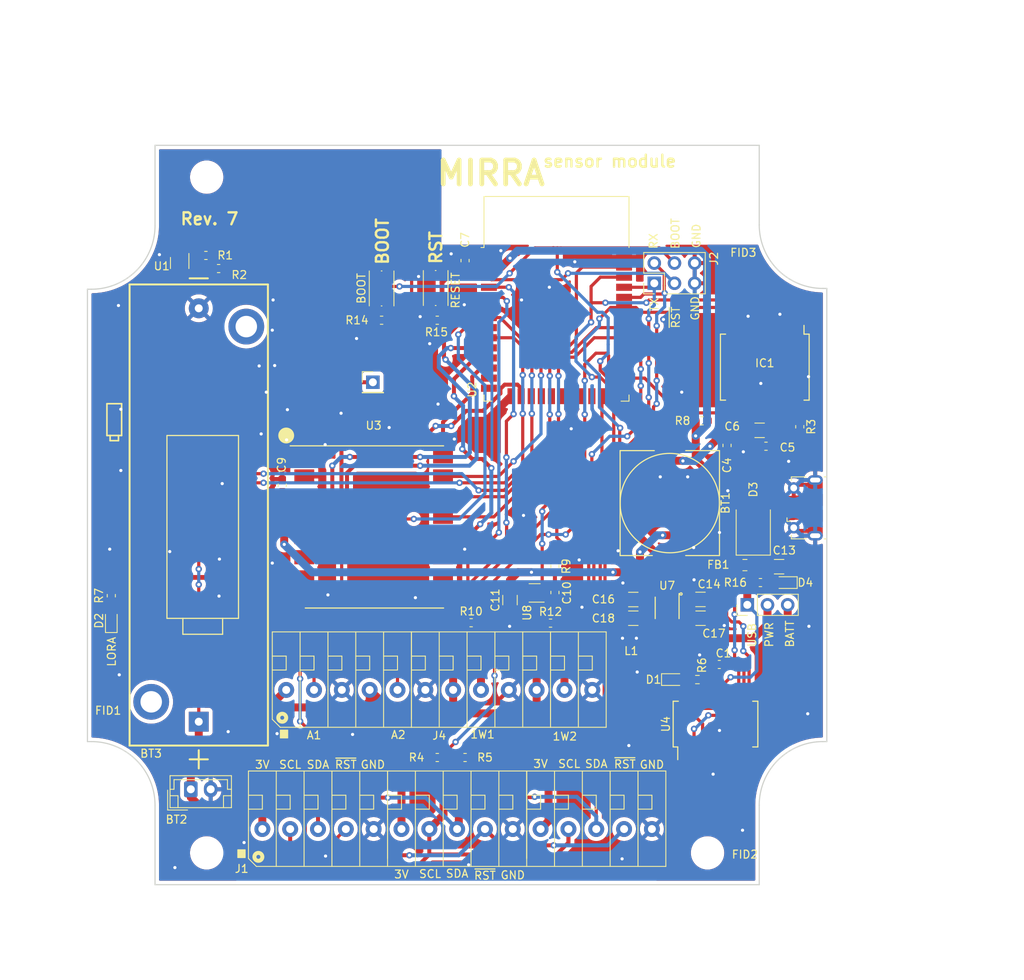
<source format=kicad_pcb>
(kicad_pcb (version 20211014) (generator pcbnew)
  (layers (0 "F.Cu" mixed) (31 "B.Cu" signal) (34 "B.Paste" user) (35 "F.Paste" user) (36 "B.SilkS" user "B.Silkscreen") (37 "F.SilkS" user "F.Silkscreen") (38 "B.Mask" user) (39 "F.Mask" user) (44 "Edge.Cuts" user))
  (net 0 "")
  (net 1 "GND")
  (net 2 "/SCL")
  (net 3 "/SDA")
  (net 4 "+3.3V")
  (net 12 "Net-(C1-Pad1)")
  (net 14 "/TX")
  (net 15 "/RX")
  (net 16 "/SCK")
  (net 17 "/MOSI")
  (net 18 "/MISO")
  (net 19 "Net-(L1-Pad1)")
  (net 20 "Net-(L1-Pad2)")
  (net 21 "+BATT")
  (net 22 "VD")
  (net 23 "VPP")
  (net 24 "Net-(D2-Pad2)")
  (net 25 "Net-(R7-Pad2)")
  (net 26 "/BATT_M")
  (net 27 "Net-(R1-Pad2)")
  (net 28 "/NSS")
  (net 30 "/IRQ")
  (net 31 "/SPOW")
  (net 33 "/BATT_MC")
  (net 34 "/A2")
  (net 35 "/A1")
  (net 36 "/~{RST_I2C}")
  (net 37 "/D+")
  (net 38 "/D-")
  (net 39 "/INT_T")
  (net 40 "Net-(BT1-Pad1)")
  (net 41 "VBUS")
  (net 42 "Net-(C13-Pad2)")
  (net 43 "Net-(D3-Pad2)")
  (net 45 "Net-(AE1-Pad1)")
  (net 46 "/ONE_W2")
  (net 47 "Net-(D4-Pad2)")
  (net 48 "/ONE_W1")
  (net 49 "/~{RST}")
  (net 50 "/BOOT")
  (net 58 "/RX_SW")
  (net 59 "/TX_SW")
  (net 63 "/BBS")
  (net 64 "/~{RST_RF}")
  (net 69 "Net-(D1-Pad2)")
  (net 70 "Net-(IC1-Pad16)")
  (net 71 "Net-(R6-Pad1)")
  (footprint "gems_footprints:RF-LORA-868-SMT" (layer "F.Cu") (at 74.5 86.5)
    (fp_text reference "U3")
    (fp_text value "RF-LORA-868-SO")
  )
  (footprint "Capacitor_SMD:C_1206_3216Metric" (layer "F.Cu") (at 91.65 95.7 -90)
    (fp_text reference "C11")
    (fp_text value "6.8µF")
  )
  (footprint "Connector_JST:JST_EH_B02B-EH-A_1x02_P2.50mm_Vertical" (layer "F.Cu") (at 51.5 119.5)
    (fp_text reference "BT2")
    (fp_text value "Battery_Cell")
  )
  (footprint "Capacitor_SMD:C_0603_1608Metric" (layer "F.Cu") (at 97.3 94.75 90)
    (fp_text reference "C10")
    (fp_text value "100nF")
  )
  (footprint "Package_TO_SOT_SMD:SOT-363_SC-70-6" (layer "F.Cu") (at 50.1 53.3 -90)
    (fp_text reference "U1")
    (fp_text value "SiP32431")
  )
  (footprint "gems_footprints:Renata_Battery_Holder_SMTM1125" (layer "F.Cu") (at 111.75 83.5 -90)
    (fp_text reference "BT1")
    (fp_text value "Battery_Cell")
  )
  (footprint "Button_Switch_SMD:SW_SPST_KMR2" (layer "F.Cu") (at 82.3 56.45 -90)
    (fp_text reference "RESET1" hide)
    (fp_text value "RESET")
  )
  (footprint "Button_Switch_SMD:SW_SPST_KMR2" (layer "F.Cu") (at 75.5 56.5 -90)
    (fp_text reference "IO4" hide)
    (fp_text value "BOOT")
  )
  (footprint "MountingHole:MountingHole_3.2mm_M3" (layer "F.Cu") (at 116.5 127.5)
    (fp_text reference "H1" hide)
    (fp_text value "MountingHole")
  )
  (footprint "gems_footprints:L_L4mm_D4mm_H1.8mm" (layer "F.Cu") (at 111.4 102.1)
    (fp_text reference "L1")
    (fp_text value "2.2uH")
  )
  (footprint "Resistor_SMD:R_0603_1608Metric" (layer "F.Cu") (at 123.15091 93.498118 180)
    (fp_text reference "R16")
    (fp_text value "750R")
  )
  (footprint "Resistor_SMD:R_0603_1608Metric" (layer "F.Cu") (at 82.5 60.5)
    (fp_text reference "R15")
    (fp_text value "10k")
  )
  (footprint "Resistor_SMD:R_0603_1608Metric" (layer "F.Cu") (at 41.5 95.15 90)
    (fp_text reference "R7")
    (fp_text value "750R")
  )
  (footprint "Resistor_SMD:R_0603_1608Metric" (layer "F.Cu") (at 55 54)
    (fp_text reference "R2")
    (fp_text value "10k")
  )
  (footprint "Resistor_SMD:R_0603_1608Metric" (layer "F.Cu") (at 53.4 52.35 180)
    (fp_text reference "R1")
    (fp_text value "10k")
  )
  (footprint "Resistor_SMD:R_0603_1608Metric" (layer "F.Cu") (at 82.5 115.5 180)
    (fp_text reference "R4")
    (fp_text value "10k")
  )
  (footprint "Resistor_SMD:R_0603_1608Metric" (layer "F.Cu") (at 86 115.5)
    (fp_text reference "R5")
    (fp_text value "10k")
  )
  (footprint "Resistor_SMD:R_0603_1608Metric" (layer "F.Cu") (at 86.7625 98.55)
    (fp_text reference "R10")
    (fp_text value "4.7k")
  )
  (footprint "Resistor_SMD:R_0603_1608Metric" (layer "F.Cu") (at 96.75 98.6)
    (fp_text reference "R12")
    (fp_text value "4.7k")
  )
  (footprint "Resistor_SMD:R_0603_1608Metric" (layer "F.Cu") (at 75.5 60.5)
    (fp_text reference "R14")
    (fp_text value "10k")
  )
  (footprint "Package_TO_SOT_SMD:SOT-363_SC-70-6" (layer "F.Cu") (at 94.75 94.8 180)
    (fp_text reference "U8")
    (fp_text value "SiP32431")
  )
  (footprint "LED_SMD:LED_0603_1608Metric" (layer "F.Cu") (at 41.5 98.3 90)
    (fp_text reference "D2")
    (fp_text value "LED")
  )
  (footprint "LED_SMD:LED_0603_1608Metric" (layer "F.Cu") (at 126.29091 93.5 180)
    (fp_text reference "D4")
    (fp_text value "LED")
  )
  (footprint "Inductor_SMD:L_0805_2012Metric_Pad1.15x1.40mm_HandSolder" (layer "F.Cu") (at 121.2 91.3)
    (fp_text reference "FB1")
    (fp_text value "Ferrite_Bead")
  )
  (footprint "Diode_SMD:D_SMB" (layer "F.Cu") (at 122.25 86.5 90)
    (fp_text reference "D3")
    (fp_text value "D_Schottky")
  )
  (footprint "Connector_USB:USB_Micro-B_Molex-105017-0001" (layer "F.Cu") (at 128.8 84.1 90)
    (fp_text reference "J3" hide)
    (fp_text value "USB_B_Micro")
  )
  (footprint "Connector_PinHeader_2.54mm:PinHeader_1x01_P2.54mm_Vertical" (layer "F.Cu") (at 74.4 68.3)
    (fp_text reference "AE1" hide)
    (fp_text value "Antenna")
  )
  (footprint "Capacitor_SMD:C_1206_3216Metric" (layer "F.Cu") (at 107.16 95.63 180)
    (fp_text reference "C16")
    (fp_text value "22uF")
  )
  (footprint "Capacitor_SMD:C_1206_3216Metric" (layer "F.Cu") (at 107.16 97.98 180)
    (fp_text reference "C18")
    (fp_text value "22uF")
  )
  (footprint "Capacitor_SMD:C_0603_1608Metric" (layer "F.Cu") (at 63 81.2625 90)
    (fp_text reference "C9")
    (fp_text value "100nF")
  )
  (footprint "Capacitor_SMD:C_0603_1608Metric" (layer "F.Cu") (at 86 53 -90)
    (fp_text reference "C7")
    (fp_text value "100nF")
  )
  (footprint "Capacitor_SMD:C_0603_1608Metric" (layer "F.Cu") (at 123.85 76.35 180)
    (fp_text reference "C5")
    (fp_text value "100nF")
  )
  (footprint "MountingHole:MountingHole_3.2mm_M3" (layer "F.Cu") (at 53.5 127.5)
    (fp_text reference "H4" hide)
    (fp_text value "MountingHole")
  )
  (footprint "MountingHole:MountingHole_3.2mm_M3" (layer "F.Cu") (at 53.5 42.5)
    (fp_text reference "H3" hide)
    (fp_text value "MountingHole")
  )
  (footprint "Capacitor_SMD:C_1206_3216Metric" (layer "F.Cu") (at 115.61 95.62 180)
    (fp_text reference "C14")
    (fp_text value "10uF")
  )
  (footprint "Capacitor_SMD:C_1206_3216Metric" (layer "F.Cu") (at 115.62 97.98 180)
    (fp_text reference "C17")
    (fp_text value "10uF")
  )
  (footprint "Connector_PinHeader_2.54mm:PinHeader_1x03_P2.54mm_Vertical" (layer "F.Cu") (at 121.5 96.3 90)
    (fp_text reference "JP2" hide)
    (fp_text value "Jumper_3_Open")
  )
  (footprint "gems_footprints:Eagle_Battery_Holder_A_12BH311P-GR" (layer "F.Cu") (at 52.5 85 90)
    (fp_text reference "BT3")
    (fp_text value "Battery_Cell")
  )
  (footprint "gems_footprints:DFN_12_Pin_2.7x3mm_P0.5mm" (layer "F.Cu") (at 111.415276 96.681782 180)
    (fp_text reference "U7")
    (fp_text value "RP604x")
  )
  (footprint "Resistor_SMD:R_0603_1608Metric" (layer "F.Cu") (at 128.1 73.9 -90)
    (fp_text reference "R3")
    (fp_text value "330R")
  )
  (footprint "Resistor_SMD:R_0603_1608Metric" (layer "F.Cu") (at 115.8 73.15)
    (fp_text reference "R8")
    (fp_text value "10k")
  )
  (footprint "Resistor_SMD:R_0603_1608Metric" (layer "F.Cu") (at 97.3 91.45 -90)
    (fp_text reference "R9")
    (fp_text value "10M")
  )
  (footprint "RF_Module:ESP32-WROOM-32" (layer "F.Cu") (at 97.5 60.8)
    (fp_text reference "U2")
    (fp_text value "ESP32-WROOM-32")
  )
  (footprint "Connector_PinHeader_2.54mm:PinHeader_2x03_P2.54mm_Vertical" (layer "F.Cu") (at 109.8 55.85 90)
    (fp_text reference "J2")
    (fp_text value "Conn_02x03_Odd_Even")
  )
  (footprint "MountingHole:MountingHole_3.2mm_M3" (layer "F.Cu") (at 116.5 42.5)
    (fp_text reference "H2" hide)
    (fp_text value "MountingHole")
  )
  (footprint "Capacitor_SMD:C_1206_3216Metric" (layer "F.Cu") (at 123.05 74.35)
    (fp_text reference "C6")
    (fp_text value "6.8µF")
  )
  (footprint "Capacitor_SMD:C_0603_1608Metric" (layer "F.Cu") (at 118.95 76.25 90)
    (fp_text reference "C4")
    (fp_text value "100nF")
  )
  (footprint "Capacitor_SMD:C_1206_3216Metric" (layer "F.Cu") (at 125.5 91.5 180)
    (fp_text reference "C13")
    (fp_text value "10uF")
  )
  (footprint "LED_SMD:LED_0603_1608Metric" (layer "F.Cu") (at 112.2 105.7)
    (fp_text reference "D1")
    (fp_text value "LED")
  )
  (footprint "gems_footprints:TerminalBlock_Phoenix_PTSA-1,2-2-3,5-F-THR-1x15-P3.50mm_45Degree" (layer "F.Cu") (at 85 124.5)
    (fp_text reference "J1")
    (fp_text value "Screw_Terminal_01x15")
  )
  (footprint "Fiducial:Fiducial_1mm_Mask2mm" (layer "F.Cu") (at 121 54)
    (fp_text reference "FID3")
    (fp_text value "Fiducial")
  )
  (footprint "Fiducial:Fiducial_1mm_Mask2mm" (layer "F.Cu") (at 41.1 111.6)
    (fp_text reference "FID1")
    (fp_text value "Fiducial")
  )
  (footprint "Capacitor_SMD:C_0603_1608Metric" (layer "F.Cu") (at 117.975 103.8 180)
    (fp_text reference "C1")
    (fp_text value "100nF")
  )
  (footprint "Fiducial:Fiducial_1mm_Mask2mm" (layer "F.Cu") (at 121.2 129.7)
    (fp_text reference "FID2")
    (fp_text value "Fiducial")
  )
  (footprint "gems_footprints:SO16" (layer "F.Cu") (at 123.7 66.4 180)
    (fp_text reference "IC1")
    (fp_text value "PCF2129T")
  )
  (footprint "Resistor_SMD:R_0603_1608Metric" (layer "F.Cu") (at 115.225 105.7 180)
    (fp_text reference "R6")
    (fp_text value "60R")
  )
  (footprint "Package_SO:SSOP-28_5.3x10.2mm_P0.65mm" (layer "F.Cu") (at 117.5 111.3 90)
    (fp_text reference "U4")
    (fp_text value "FT232RL")
  )
  (footprint "gems_footprints:TerminalBlock_Phoenix_PTSA-1,2-2-3,5-F-THR-1x12-P3.50mm_45Degree" (layer "F.Cu") (at 82.75 107)
    (fp_text reference "J4")
    (fp_text value "Screw_Terminal_01x12")
  )
  (gr_line (start 42.8 71) (end 40.95 71) (layer "F.SilkS") (width 0.2))
  (gr_line (start 41.35 75.65) (end 42.4 75.65) (layer "F.SilkS") (width 0.2))
  (gr_line (start 42.8 75) (end 40.95 75) (layer "F.SilkS") (width 0.2))
  (gr_line (start 42.8 71) (end 42.8 75) (layer "F.SilkS") (width 0.2))
  (gr_line (start 42.4 75) (end 42.4 75.65) (layer "F.SilkS") (width 0.2))
  (gr_line (start 40.95 71) (end 40.95 75) (layer "F.SilkS") (width 0.2))
  (gr_line (start 41.35 75) (end 41.35 75.65) (layer "F.SilkS") (width 0.2))
  (gr_poly (pts (xy 58.35 128.1) (xy 57.4 128.1) (xy 57.4 127.1) (xy 58.35 127.1)) (layer "F.SilkS") (width 0.1) (fill solid))
  (gr_poly (pts (xy 63.7 113.05) (xy 62.75 113.05) (xy 62.75 112.05) (xy 63.7 112.05)) (layer "F.SilkS") (width 0.1) (fill solid))
  (gr_line (start 38.5 113.5) (end 39 113.5) (layer "Edge.Cuts") (width 0.15))
  (gr_arc (start 123 121.5) (mid 125.343146 115.843146) (end 131 113.5) (layer "Edge.Cuts") (width 0.15))
  (gr_line (start 131 113.5) (end 131.5 113.5) (layer "Edge.Cuts") (width 0.15))
  (gr_arc (start 131 56.5) (mid 125.343146 54.156854) (end 123 48.5) (layer "Edge.Cuts") (width 0.15))
  (gr_arc (start 47 48.6) (mid 44.656854 54.256854) (end 39 56.6) (layer "Edge.Cuts") (width 0.15))
  (gr_line (start 131.5 56.5) (end 131 56.5) (layer "Edge.Cuts") (width 0.15))
  (gr_line (start 38.5 56.6) (end 39 56.6) (layer "Edge.Cuts") (width 0.15))
  (gr_line (start 47 38.5) (end 123 38.5) (layer "Edge.Cuts") (width 0.15))
  (gr_line (start 123 131.5) (end 123 121.5) (layer "Edge.Cuts") (width 0.15))
  (gr_line (start 47 131.5) (end 123 131.5) (layer "Edge.Cuts") (width 0.15))
  (gr_line (start 131.5 56.5) (end 131.5 113.5) (layer "Edge.Cuts") (width 0.15))
  (gr_line (start 47 131.5) (end 47 121.5) (layer "Edge.Cuts") (width 0.15))
  (gr_arc (start 39 113.5) (mid 44.656854 115.843146) (end 47 121.5) (layer "Edge.Cuts") (width 0.15))
  (gr_line (start 47 48.6) (end 47 38.5) (layer "Edge.Cuts") (width 0.15))
  (gr_line (start 123 48.5) (end 123 38.5) (layer "Edge.Cuts") (width 0.15))
  (gr_line (start 38.5 56.6) (end 38.5 113.5) (layer "Edge.Cuts") (width 0.15))
  (gr_text "MIRRA" (at 89.25 42) (layer "F.SilkS") (effects (font (size 3 3) (thickness 0.6))))
  (gr_text "SCL" (at 99.1 116.3) (layer "F.SilkS") (effects (font (size 1 1))))
  (gr_text "SDA" (at 102.5 116.3) (layer "F.SilkS") (effects (font (size 1 1))))
  (gr_text "~{RST}" (at 88.5 130.35) (layer "F.SilkS") (effects (font (size 1 1))))
  (gr_text "BATT" (at 126.85 99.95 90) (layer "F.SilkS") (effects (font (size 1 1))))
  (gr_text "sensor module" (at 104.2 40.5) (layer "F.SilkS") (effects (font (size 1.5 1.5) (thickness 0.3))))
  (gr_text "BOOT" (at 75.61 50.58 90) (layer "F.SilkS") (effects (font (size 1.5 1.5) (thickness 0.3))))
  (gr_text "GND" (at 115.1 49.9 90) (layer "F.SilkS") (effects (font (size 1 1))))
  (gr_text "LORA" (at 41.55 102.2 90) (layer "F.SilkS") (effects (font (size 1 1))))
  (gr_text "GND" (at 114.95 59 90) (layer "F.SilkS") (effects (font (size 1 1))))
  (gr_text "SCL" (at 64 116.4) (layer "F.SilkS") (effects (font (size 1 1))))
  (gr_text "Rev. 7" (at 53.85 47.75) (layer "F.SilkS") (effects (font (size 1.5 1.5) (thickness 0.3))))
  (gr_text "~{RST}" (at 71 116.4) (layer "F.SilkS") (effects (font (size 1 1))))
  (gr_text "PWR" (at 124.25 100.05 90) (layer "F.SilkS") (effects (font (size 1 1))))
  (gr_text "SDA" (at 85 130.1) (layer "F.SilkS") (effects (font (size 1 1))))
  (gr_text "GND" (at 74.4 116.4) (layer "F.SilkS") (effects (font (size 1 1))))
  (gr_text "~{RST}" (at 106.1 116.35) (layer "F.SilkS") (effects (font (size 1 1))))
  (gr_text "3V" (at 60.5 116.4) (layer "F.SilkS") (effects (font (size 1 1))))
  (gr_text "RST" (at 82.33 51.36 90) (layer "F.SilkS") (effects (font (size 1.5 1.5) (thickness 0.3))))
  (gr_text "1W2" (at 98.55 112.85) (layer "F.SilkS") (effects (font (size 1 1))))
  (gr_text "A1" (at 67 112.7) (layer "F.SilkS") (effects (font (size 1 1))))
  (gr_text "3V" (at 78 130.2) (layer "F.SilkS") (effects (font (size 1 1))))
  (gr_text "A2" (at 77.6 112.65) (layer "F.SilkS") (effects (font (size 1 1))))
  (gr_text "RX" (at 109.7 50.55 90) (layer "F.SilkS") (effects (font (size 1 1))))
  (gr_text "GND" (at 109.5 116.4) (layer "F.SilkS") (effects (font (size 1 1))))
  (gr_text "GND" (at 92 130.3) (layer "F.SilkS") (effects (font (size 1 1))))
  (gr_text "SCL" (at 81.6 130.15) (layer "F.SilkS") (effects (font (size 1 1))))
  (gr_text "3V" (at 95.5 116.3) (layer "F.SilkS") (effects (font (size 1 1))))
  (gr_text "TX" (at 109.8 58.55 90) (layer "F.SilkS") (effects (font (size 1 1))))
  (gr_text "USB" (at 122.1 100.1 90) (layer "F.SilkS") (effects (font (size 1 1))))
  (gr_text "SDA" (at 67.5 116.4) (layer "F.SilkS") (effects (font (size 1 1))))
  (gr_text "BOOT" (at 112.45 49.6 90) (layer "F.SilkS") (effects (font (size 1 1))))
  (gr_text "1W1" (at 88.2 112.6) (layer "F.SilkS") (effects (font (size 1 1))))
  (gr_text "~{RST}" (at 112.5 60.15 90) (layer "F.SilkS") (effects (font (size 1 1))))
  (segment (start 119.4 109.5) (end 118 109.5) (width 0.4) (layer "F.Cu") (net 1))
  (segment (start 115.525 109.325) (end 115.225 109.025) (width 0.4) (layer "F.Cu") (net 1))
  (segment (start 111.665276 95.231782) (end 111.665276 94.084724) (width 0.3) (layer "F.Cu") (net 1))
  (segment (start 127.3375 82.8) (end 127.3375 81.6) (width 0.5) (layer "F.Cu") (net 1))
  (segment (start 111.165276 99.35) (end 111.415276 99.6) (width 0.3) (layer "F.Cu") (net 1))
  (segment (start 48.175001 51.624999) (end 47.55 52.25) (width 0.4) (layer "F.Cu") (net 1))
  (segment (start 91.785 70.055) (end 88.99 72.85) (width 1) (layer "F.Cu") (net 1))
  (segment (start 117.825 109.325) (end 117.825 107.7) (width 0.4) (layer "F.Cu") (net 1))
  (segment (start 117.825 109.325) (end 115.525 109.325) (width 0.4) (layer "F.Cu") (net 1))
  (segment (start 117.175 114.9) (end 117.175 117.575) (width 0.4) (layer "F.Cu") (net 1))
  (segment (start 114.575 107.7) (end 114.575 109.175) (width 0.4) (layer "F.Cu") (net 1))
  (segment (start 93.204998 94.8) (end 91.65 96.354998) (width 0.4) (layer "F.Cu") (net 1))
  (segment (start 117.175 117.575) (end 117.2 117.6) (width 0.4) (layer "F.Cu") (net 1))
  (segment (start 111.165276 95.231782) (end 111.165276 94.115276) (width 0.3) (layer "F.Cu") (net 1))
  (segment (start 117.825 104.425) (end 117.2 103.8) (width 0.4) (layer "F.Cu") (net 1))
  (segment (start 111.665276 95.231782) (end 111.665276 96.431782) (width 0.3) (layer "F.Cu") (net 1))
  (segment (start 93.8 94.8) (end 95.7 94.8) (width 0.4) (layer "F.Cu") (net 1))
  (segment (start 50.1 51.754998) (end 49.970001 51.624999) (width 0.4) (layer "F.Cu") (net 1))
  (segment (start 111.415276 99.6) (end 111.415276 104.384724) (width 0.5) (layer "F.Cu") (net 1))
  (segment (start 116.7 103.8) (end 115.5 102.6) (width 0.4) (layer "F.Cu") (net 1))
  (segment (start 127.7375 81.2) (end 127.3375 81.6) (width 0.5) (layer "F.Cu") (net 1))
  (segment (start 89 52.545) (end 86.3325 52.545) (width 0.6) (layer "F.Cu") (net 1))
  (segment (start 111.415276 104.384724) (end 110.9 104.9) (width 0.5) (layer "F.Cu") (net 1))
  (segment (start 117.175 114.9) (end 117.175 112.925) (width 0.4) (layer "F.Cu") (net 1))
  (segment (start 110.665276 95.231782) (end 110.665276 93.934724) (width 0.3) (layer "F.Cu") (net 1))
  (segment (start 127.7375 87) (end 127.3375 86.6) (width 0.5) (layer "F.Cu") (net 1))
  (segment (start 50.1 52.35) (end 50.1 51.754998) (width 0.4) (layer "F.Cu") (net 1))
  (segment (start 130.0375 81.2) (end 127.7375 81.2) (width 0.5) (layer "F.Cu") (net 1))
  (segment (start 115.225 109.025) (end 115.225 107.7) (width 0.4) (layer "F.Cu") (net 1))
  (segment (start 111.415276 99.6) (end 111.665276 99.35) (width 0.3) (layer "F.Cu") (net 1))
  (segment (start 117.825 107.7) (end 117.825 104.425) (width 0.4) (layer "F.Cu") (net 1))
  (segment (start 117.175 112.925) (end 118 112.1) (width 0.4) (layer "F.Cu") (net 1))
  (segment (start 50.1 56.6) (end 52.5 59) (width 0.4) (layer "F.Cu") (net 1))
  (segment (start 119.775 109.125) (end 119.4 109.5) (width 0.4) (layer "F.Cu") (net 1))
  (segment (start 107.8 104.9) (end 107.65 104.75) (width 0.5) (layer "F.Cu") (net 1))
  (segment (start 114.725 109.325) (end 114.925 109.325) (width 0.4) (layer "F.Cu") (net 1))
  (segment (start 127.3375 82.8) (end 129.7375 82.8) (width 0.5) (layer "F.Cu") (net 1))
  (segment (start 91.65 96.354998) (end 91.65 97.1) (width 0.4) (layer "F.Cu") (net 1))
  (segment (start 86.3325 52.545) (end 86 52.2125) (width 0.6) (layer "F.Cu") (net 1))
  (segment (start 110.665276 95.231782) (end 110.665276 95.931782) (width 0.3) (layer "F.Cu") (net 1))
  (segment (start 118 109.5) (end 117.825 109.325) (width 0.4) (layer "F.Cu") (net 1))
  (segment (start 95.7 94.8) (end 96.4625 94.8) (width 0.4) (layer "F.Cu") (net 1))
  (segment (start 119.775 107.7) (end 119.775 109.125) (width 0.4) (layer "F.Cu") (net 1))
  (segment (start 110.9 104.9) (end 107.8 104.9) (width 0.5) (layer "F.Cu") (net 1))
  (segment (start 111.165276 98.131782) (end 111.165276 99.35) (width 0.3) (layer "F.Cu") (net 1))
  (segment (start 130.0375 87) (end 127.7375 87) (width 0.5) (layer "F.Cu") (net 1))
  (segment (start 111.165276 95.231782) (end 111.165276 96.431782) (width 0.3) (layer "F.Cu") (net 1))
  (segment (start 111.665276 99.35) (end 111.665276 98.131782) (width 0.3) (layer "F.Cu") (net 1))
  (segment (start 49.970001 51.624999) (end 48.175001 51.624999) (width 0.4) (layer "F.Cu") (net 1))
  (segment (start 115.225 109.025) (end 114.925 109.325) (width 0.4) (layer "F.Cu") (net 1))
  (segment (start 111.665276 96.431782) (end 111.415276 96.681782) (width 0.3) (layer "F.Cu") (net 1))
  (segment (start 114.575 109.175) (end 114.725 109.325) (width 0.4) (layer "F.Cu") (net 1))
  (segment (start 96.4625 94.8) (end 97.3 93.9625) (width 0.4) (layer "F.Cu") (net 1))
  (segment (start 93.8 94.8) (end 93.204998 94.8) (width 0.4) (layer "F.Cu") (net 1))
  (segment (start 50.1 54.25) (end 50.1 56.6) (width 0.4) (layer "F.Cu") (net 1))
  (segment (start 114.925 109.325) (end 115.525 109.325) (width 0.4) (layer "F.Cu") (net 1))
  (segment (start 129.7375 82.8) (end 130.0375 83.1) (width 0.5) (layer "F.Cu") (net 1))
  (segment (start 111.165276 96.431782) (end 111.415276 96.681782) (width 0.3) (layer "F.Cu") (net 1))
  (segment (start 117.2 103.8) (end 116.7 103.8) (width 0.4) (layer "F.Cu") (net 1))
  (via (at 55.1 90.55) (size 0.8) (drill 0.4) (layers "F.Cu" "B.Cu") (net 1))
  (via (at 129.1 110) (size 0.8) (drill 0.4) (layers "F.Cu" "B.Cu") (net 1))
  (via (at 62.35 112.5) (size 0.8) (drill 0.4) (layers "F.Cu" "B.Cu") (net 1))
  (via (at 126.7 78.25) (size 0.8) (drill 0.4) (layers "F.Cu" "B.Cu") (net 1))
  (via (at 68.75 95.05) (size 0.8) (drill 0.4) (layers "F.Cu" "B.Cu") (net 1))
  (via (at 48.85 89.6) (size 0.8) (drill 0.4) (layers "F.Cu" "B.Cu") (net 1))
  (via (at 90.5 51.75) (size 0.8) (drill 0.4) (layers "F.Cu" "B.Cu") (net 1))
  (via (at 100.35 90.65) (size 0.8) (drill 0.4) (layers "F.Cu" "B.Cu") (net 1))
  (via (at 76.45 74) (size 0.8) (drill 0.4) (layers "F.Cu" "B.Cu") (net 1))
  (via (at 42.7 79.4) (size 0.8) (drill 0.4) (layers "F.Cu" "B.Cu") (net 1))
  (via (at 42.5 105.1) (size 0.8) (drill 0.4) (layers "F.Cu" "B.Cu") (net 1))
  (via (at 105.8 100.5) (size 0.8) (drill 0.4) (layers "F.Cu" "B.Cu") (net 1))
  (via (at 80.15 55) (size 0.8) (drill 0.4) (layers "F.Cu" "B.Cu") (net 1))
  (via (at 61 69.55) (size 0.8) (drill 0.4) (layers "F.Cu" "B.Cu") (net 1))
  (via (at 105.25 89.5) (size 0.8) (drill 0.4) (layers "F.Cu" "B.Cu") (net 1))
  (via (at 121 77.05) (size 0.8) (drill 0.4) (layers "F.Cu" "B.Cu") (net 1))
  (via (at 49.5 129.35) (size 0.8) (drill 0.4) (layers "F.Cu" "B.Cu") (net 1))
  (via (at 61.85 57.95) (size 0.8) (drill 0.4) (layers "F.Cu" "B.Cu") (net 1))
  (via (at 56.2 112.25) (size 0.8) (drill 0.4) (layers "F.Cu" "B.Cu") (net 1))
  (via (at 113.25 69.55) (size 0.8) (drill 0.4) (layers "F.Cu" "B.Cu") (net 1))
  (via (at 86.45 129) (size 0.8) (drill 0.4) (layers "F.Cu" "B.Cu") (net 1))
  (via (at 110.55 80.2) (size 0.8) (drill 0.4) (layers "F.Cu" "B.Cu") (net 1))
  (via (at 55.05 95.2) (size 0.8) (drill 0.4) (layers "F.Cu" "B.Cu") (net 1))
  (via (at 68.4 76.15) (size 0.8) (drill 0.4) (layers "F.Cu" "B.Cu") (net 1))
  (via (at 118 87.2) (size 0.8) (drill 0.4) (layers "F.Cu" "B.Cu") (net 1))
  (via (at 107.55 100.5) (size 0.8) (drill 0.4) (layers "F.Cu" "B.Cu") (net 1))
  (via (at 114.75 89.1) (size 0.8) (drill 0.4) (layers "F.Cu" "B.Cu") (net 1))
  (via (at 61.75 91.05) (size 0.8) (drill 0.4) (layers "F.Cu" "B.Cu") (net 1))
  (via (at 125.6 59.75) (size 0.8) (drill 0.4) (layers "F.Cu" "B.Cu") (net 1))
  (via (at 80.35 60.05) (size 0.8) (drill 0.4) (layers "F.Cu" "B.Cu") (net 1))
  (via (at 71.85 112.6) (size 0.8) (drill 0.4) (layers "F.Cu" "B.Cu") (net 1))
  (via (at 129.25 99) (size 0.8) (drill 0.4) (layers "F.Cu" "B.Cu") (net 1))
  (via (at 85.95 89.3) (size 0.8) (drill 0.4) (layers "F.Cu" "B.Cu") (net 1))
  (via (at 118.6 98.9) (size 0.8) (drill 0.4) (layers "F.Cu" "B.Cu") (net 1))
  (via (at 107.65 104.75) (size 0.8) (drill 0.4) (layers "F.Cu" "B.Cu") (net 1))
  (via (at 93.1 57.95) (size 0.8) (drill 0.4) (layers "F.Cu" "B.Cu") (net 1))
  (via (at 85.9 58.55) (size 0.8) (drill 0.4) (layers "F.Cu" "B.Cu") (net 1))
  (via (at 118 112.1) (size 0.8) (drill 0.4) (layers "F.Cu" "B.Cu") (net 1))
  (via (at 93.35 85.05) (size 0.8) (drill 0.4) (layers "F.Cu" "B.Cu") (net 1))
  (via (at 99.8 53.15) (size 0.8) (drill 0.4) (layers "F.Cu" "B.Cu") (net 1))
  (via (at 120.9 124.65) (size 0.8) (drill 0.4) (layers "F.Cu" "B.Cu") (net 1))
  (via (at 105.85 93.55) (size 0.8) (drill 0.4) (layers "F.Cu" "B.Cu") (net 1))
  (via (at 47.55 52.25) (size 0.8) (drill 0.4) (layers "F.Cu" "B.Cu") (net 1))
  (via (at 68.45 127.9) (size 0.8) (drill 0.4) (layers "F.Cu" "B.Cu") (net 1))
  (via (at 123.2 68.45) (size 0.8) (drill 0.4) (layers "F.Cu" "B.Cu") (net 1))
  (via (at 114 80.2) (size 0.8) (drill 0.4) (layers "F.Cu" "B.Cu") (net 1))
  (via (at 84.65 75.45) (size 0.8) (drill 0.4) (layers "F.Cu" "B.Cu") (net 1))
  (via (at 42.7 71.7) (size 0.8) (drill 0.4) (layers "F.Cu" "B.Cu") (net 1))
  (via (at 79.75 95.4) (size 0.8) (drill 0.4) (layers "F.Cu" "B.Cu") (net 1))
  (via (at 84.25 52.15) (size 0.8) (drill 0.4) (layers "F.Cu" "B.Cu") (net 1))
  (via (at 129.2 67.6) (size 0.8) (drill 0.4) (layers "F.Cu" "B.Cu") (net 1))
  (via (at 70.4 72.2) (size 0.8) (drill 0.4) (layers "F.Cu" "B.Cu") (net 1))
  (via (at 91.6 99) (size 0.8) (drill 0.4) (layers "F.Cu" "B.Cu") (net 1))
  (via (at 61.75 61.75) (size 0.8) (drill 0.4) (layers "F.Cu" "B.Cu") (net 1))
  (via (at 105.75 128.25) (size 0.8) (drill 0.4) (layers "F.Cu" "B.Cu") (net 1))
  (via (at 82.6 71.05) (size 0.8) (drill 0.4) (layers "F.Cu" "B.Cu") (net 1))
  (via (at 117.2 117.6) (size 0.8) (drill 0.4) (layers "F.Cu" "B.Cu") (net 1))
  (via (at 72.35 62.8) (size 0.8) (drill 0.4) (layers "F.Cu" "B.Cu") (net 1))
  (via (at 42.4 58.65) (size 0.8) (drill 0.4) (layers "F.Cu" "B.Cu") (net 1))
  (via (at 114.8 93.15) (size 0.8) (drill 0.4) (layers "F.Cu" "B.Cu") (net 1))
  (via (at 81.55 63.45) (size 0.8) (drill 0.4) (layers "F.Cu" "B.Cu") (net 1))
  (via (at 63.55 75.55) (size 0.8) (drill 0.4) (layers "F.Cu" "B.Cu") (net 1))
  (via (at 63.65 71.75) (size 0.8) (drill 0.4) (layers "F.Cu" "B.Cu") (net 1))
  (via (at 115.5 102.6) (size 0.8) (drill 0.4) (layers "F.Cu" "B.Cu") (net 1))
  (via (at 62.05 66.2) (size 0.8) (drill 0.4) (layers "F.Cu" "B.Cu") (net 1))
  (via (at 110.95 60.4) (size 0.8) (drill 0.4) (layers "F.Cu" "B.Cu") (net 1))
  (via (at 55.45 81.05) (size 0.8) (drill 0.4) (layers "F.Cu" "B.Cu") (net 1))
  (via (at 96.6 56.35) (size 0.8) (drill 0.4) (layers "F.Cu" "B.Cu") (net 1))
  (via (at 100.7 96.6) (size 0.8) (drill 0.4) (layers "F.Cu" "B.Cu") (net 1))
  (via (at 121.6 60) (size 0.8) (drill 0.4) (layers "F.Cu" "B.Cu") (net 1))
  (via (at 106.6 114) (size 0.8) (drill 0.4) (layers "F.Cu" "B.Cu") (net 1))
  (via (at 58.2 126.2) (size 0.8) (drill 0.4) (layers "F.Cu" "B.Cu") (net 1))
  (via (at 60.35 74.8) (size 0.8) (drill 0.4) (layers "F.Cu" "B.Cu") (net 1))
  (via (at 60.1 66.25) (size 0.8) (drill 0.4) (layers "F.Cu" "B.Cu") (net 1))
  (via (at 99.35 74.15) (size 0.8) (drill 0.4) (layers "F.Cu" "B.Cu") (net 1))
  (via (at 119.05 81.95) (size 0.8) (drill 0.4) (layers "F.Cu" "B.Cu") (net 1))
  (via (at 41.3 89.3) (size 0.8) (drill 0.4) (layers "F.Cu" "B.Cu") (net 1))
  (segment (start 99 126) (end 99 124.5) (width 0.5) (layer "F.Cu") (net 2))
  (segment (start 101.85 58.3) (end 101.85 56.25) (width 0.4) (layer "F.Cu") (net 2))
  (segment (start 83.2875 115.5) (end 83.2875 115.0625) (width 0.4) (layer "F.Cu") (net 2))
  (segment (start 104.7 81.4) (end 98.65 87.45) (width 0.4) (layer "F.Cu") (net 2))
  (segment (start 101.95 67.65) (end 102.980002 67.65) (width 0.4) (layer "F.Cu") (net 2))
  (segment (start 83.2875 115.5) (end 83.2875 122.7125) (width 1) (layer "F.Cu") (net 2))
  (segment (start 104.065001 68.734999) (end 104.065001 71.265001) (width 0.4) (layer "F.Cu") (net 2))
  (segment (start 103.015 55.085) (end 106 55.085) (width 0.4) (layer "F.Cu") (net 2))
  (segment (start 99 124.5) (end 99 126.2) (width 0.5) (layer "F.Cu") (net 2))
  (segment (start 64 126.5) (end 64 124.5) (width 0.5) (layer "F.Cu") (net 2))
  (segment (start 66.5 129) (end 80.2 129) (width 0.5) (layer "F.Cu") (net 2))
  (segment (start 128.115 60.515) (end 125.55 57.95) (width 0.4) (layer "F.Cu") (net 2))
  (segment (start 109.15 57.95) (end 108.8 58.3) (width 0.4) (layer "F.Cu") (net 2))
  (segment (start 81.5 127.7) (end 97.5 127.7) (width 0.5) (layer "F.Cu") (net 2))
  (segment (start 89.7 93.25) (end 95.5 87.45) (width 0.4) (layer "F.Cu") (net 2))
  (segment (start 101.85 56.25) (end 103.015 55.085) (width 0.4) (layer "F.Cu") (net 2))
  (segment (start 104.065001 71.265001) (end 104.7 71.9) (width 0.4) (layer "F.Cu") (net 2))
  (segment (start 104.7 71.9) (end 104.7 81.4) (width 0.4) (layer "F.Cu") (net 2))
  (segment (start 101.85 60.75) (end 101.85 58.3) (width 0.4) (layer "F.Cu") (net 2))
  (segment (start 80.2 129) (end 81.5 127.7) (width 0.5) (layer "F.Cu") (net 2))
  (segment (start 128.115 61.9) (end 128.115 60.515) (width 0.4) (layer "F.Cu") (net 2))
  (segment (start 102.980002 67.65) (end 104.065001 68.734999) (width 0.4) (layer "F.Cu") (net 2))
  (segment (start 66.5 129) (end 64 126.5) (width 0.5) (layer "F.Cu") (net 2))
  (segment (start 83.2875 122.7125) (end 81.5 124.5) (width 1) (layer "F.Cu") (net 2))
  (segment (start 89.7 105.2) (end 89.7 93.25) (width 0.4) (layer "F.Cu") (net 2))
  (segment (start 125.55 57.95) (end 109.15 57.95) (width 0.4) (layer "F.Cu") (net 2))
  (segment (start 95.5 87.45) (end 96.5 87.45) (width 0.4) (layer "F.Cu") (net 2))
  (segment (start 83.2875 115.0625) (end 84.8 113.55) (width 0.4) (layer "F.Cu") (net 2))
  (segment (start 101.85 58.3) (end 103.65 58.3) (width 0.4) (layer "F.Cu") (net 2))
  (segment (start 81.5 127.7) (end 81.5 124.5) (width 0.5) (layer "F.Cu") (net 2))
  (segment (start 99 126.2) (end 97.5 127.7) (width 0.5) (layer "F.Cu") (net 2))
  (via (at 101.85 60.75) (size 0.8) (drill 0.4) (layers "F.Cu" "B.Cu") (net 2))
  (via (at 96.5 87.45) (size 0.8) (drill 0.4) (layers "F.Cu" "B.Cu") (net 2))
  (via (at 89.7 105.2) (size 0.8) (drill 0.4) (layers "F.Cu" "B.Cu") (net 2))
  (via (at 108.8 58.3) (size 0.8) (drill 0.4) (layers "F.Cu" "B.Cu") (net 2))
  (via (at 84.8 113.55) (size 0.8) (drill 0.4) (layers "F.Cu" "B.Cu") (net 2))
  (via (at 101.95 67.65) (size 0.8) (drill 0.4) (layers "F.Cu" "B.Cu") (net 2))
  (via (at 103.65 58.3) (size 0.8) (drill 0.4) (layers "F.Cu" "B.Cu") (net 2))
  (via (at 98.65 87.45) (size 0.8) (drill 0.4) (layers "F.Cu" "B.Cu") (net 2))
  (segment (start 89.7 108.65) (end 89.7 105.2) (width 0.4) (layer "B.Cu") (net 2))
  (segment (start 99.95 62.65) (end 101.85 60.75) (width 0.4) (layer "B.Cu") (net 2))
  (segment (start 101.95 67.65) (end 99.95 65.65) (width 0.4) (layer "B.Cu") (net 2))
  (segment (start 99.95 65.65) (end 99.95 62.65) (width 0.4) (layer "B.Cu") (net 2))
  (segment (start 96.5 87.45) (end 98.65 87.45) (width 0.4) (layer "B.Cu") (net 2))
  (segment (start 103.65 58.3) (end 108.8 58.3) (width 0.4) (layer "B.Cu") (net 2))
  (segment (start 84.8 113.55) (end 89.7 108.65) (width 0.4) (layer "B.Cu") (net 2))
  (segment (start 124.305 61.9) (end 124.305 60.005) (width 0.4) (layer "F.Cu") (net 3))
  (segment (start 69.05 120.55) (end 67.5 122.1) (width 0.5) (layer "F.Cu") (net 3))
  (segment (start 70.05 120.55) (end 76.3 120.55) (width 0.5) (layer "F.Cu") (net 3))
  (segment (start 105.45 74.1) (end 105.5 74.05) (width 0.4) (layer "F.Cu") (net 3))
  (segment (start 70.05 120.55) (end 69.05 120.55) (width 0.5) (layer "F.Cu") (net 3))
  (segment (start 67.5 122.1) (end 67.5 124.5) (width 0.5) (layer "F.Cu") (net 3))
  (segment (start 111.9 59.5) (end 108.1 59.5) (width 0.4) (layer "F.Cu") (net 3))
  (segment (start 112.505 58.895) (end 111.9 59.5) (width 0.4) (layer "F.Cu") (net 3))
  (segment (start 85.2125 115.5) (end 85.2125 120.4875) (width 1) (layer "F.Cu") (net 3))
  (segment (start 94.7125 120.4875) (end 94.75 120.45) (width 0.5) (layer "F.Cu") (net 3))
  (segment (start 102.9 60.3) (end 104.305 58.895) (width 0.4) (layer "F.Cu") (net 3))
  (segment (start 102.2 84.748542) (end 105.45 81.498542) (width 0.4) (layer "F.Cu") (net 3))
  (segment (start 102.5 121) (end 103.5 120) (width 0.4) (layer "F.Cu") (net 3))
  (segment (start 108.1 59.5) (end 107.495 58.895) (width 0.4) (layer "F.Cu") (net 3))
  (segment (start 102.2 101.5) (end 102.2 84.748542) (width 0.4) (layer "F.Cu") (net 3))
  (segment (start 85.2125 124.2875) (end 85 124.5) (width 1) (layer "F.Cu") (net 3))
  (segment (start 124.305 60.005) (end 123.195 58.895) (width 0.4) (layer "F.Cu") (net 3))
  (segment (start 104.305 58.895) (end 106 58.895) (width 0.4) (layer "F.Cu") (net 3))
  (segment (start 103.5 120) (end 103.5 102.8) (width 0.4) (layer "F.Cu") (net 3))
  (segment (start 102.5 124.5) (end 102.5 121) (width 0.4) (layer "F.Cu") (net 3))
  (segment (start 85.2125 120.4875) (end 85.2125 124.2875) (width 1) (layer "F.Cu") (net 3))
  (segment (start 123.195 58.895) (end 112.505 58.895) (width 0.4) (layer "F.Cu") (net 3))
  (segment (start 105.45 81.498542) (end 105.45 74.1) (width 0.4) (layer "F.Cu") (net 3))
  (segment (start 85.2125 120.4875) (end 94.7125 120.4875) (width 0.5) (layer "F.Cu") (net 3))
  (segment (start 103.5 102.8) (end 102.2 101.5) (width 0.4) (layer "F.Cu") (net 3))
  (segment (start 107.495 58.895) (end 106 58.895) (width 0.4) (layer "F.Cu") (net 3))
  (via (at 76.3 120.55) (size 0.8) (drill 0.4) (layers "F.Cu" "B.Cu") (net 3))
  (via (at 102.9 60.3) (size 0.8) (drill 0.4) (layers "F.Cu" "B.Cu") (net 3))
  (via (at 105.5 74.05) (size 0.8) (drill 0.4) (layers "F.Cu" "B.Cu") (net 3))
  (via (at 94.75 120.45) (size 0.8) (drill 0.4) (layers "F.Cu" "B.Cu") (net 3))
  (segment (start 102.9 61.2) (end 101.05 63.05) (width 0.4) (layer "B.Cu") (net 3))
  (segment (start 101.35 121.75) (end 102.5 122.9) (width 0.5) (layer "B.Cu") (net 3))
  (segment (start 81.05 120.55) (end 85 124.5) (width 0.5) (layer "B.Cu") (net 3))
  (segment (start 76.3 120.55) (end 81.05 120.55) (width 0.5) (layer "B.Cu") (net 3))
  (segment (start 101.05 65.55) (end 102.9 67.4) (width 0.4) (layer "B.Cu") (net 3))
  (segment (start 101.35 121.75) (end 100.05 120.45) (width 0.5) (layer "B.Cu") (net 3))
  (segment (start 102.9 60.3) (end 102.9 61.2) (width 0.4) (layer "B.Cu") (net 3))
  (segment (start 94.75 120.45) (end 100.05 120.45) (width 0.5) (layer "B.Cu") (net 3))
  (segment (start 101.05 63.05) (end 101.05 65.55) (width 0.4) (layer "B.Cu") (net 3))
  (segment (start 102.5 122.9) (end 102.5 124.5) (width 0.5) (layer "B.Cu") (net 3))
  (segment (start 102.9 67.4) (end 102.9 71.45) (width 0.4) (layer "B.Cu") (net 3))
  (segment (start 102.9 71.45) (end 105.5 74.05) (width 0.4) (layer "B.Cu") (net 3))
  (segment (start 124.6375 78.2125) (end 124.6375 76.35) (width 1) (layer "F.Cu") (net 4))
  (segment (start 79.27501 61.37501) (end 79.27501 54.22499) (width 0.4) (layer "F.Cu") (net 4))
  (segment (start 110.165276 98.131782) (end 108.711782 98.131782) (width 0.3) (layer "F.Cu") (net 4))
  (segment (start 89 53.815) (end 86.0275 53.815) (width 0.6) (layer "F.Cu") (net 4))
  (segment (start 110.165276 95.231782) (end 108.958218 95.231782) (width 0.3) (layer "F.Cu") (net 4))
  (segment (start 108 92.2) (end 108 89.65) (width 1) (layer "F.Cu") (net 4))
  (segment (start 115.0125 78.0125) (end 116.2 79.2) (width 1) (layer "F.Cu") (net 4))
  (segment (start 108.958218 95.231782) (end 108.56 95.63) (width 0.3) (layer "F.Cu") (net 4))
  (segment (start 116.2 79.2) (end 116.2 84.85) (width 1) (layer "F.Cu") (net 4))
  (segment (start 79.27501 54.22499) (end 80.35 53.15) (width 0.4) (layer "F.Cu") (net 4))
  (segment (start 79.27501 61.37501) (end 75.58751 61.37501) (width 0.4) (layer "F.Cu") (net 4))
  (segment (start 64.914998 82.69) (end 65.775 82.69) (width 1) (layer "F.Cu") (net 4))
  (segment (start 108 92.2) (end 104.6 92.2) (width 1) (layer "F.Cu") (net 4))
  (segment (start 81.7125 60.5) (end 80.83749 61.37501) (width 0.4) (layer "F.Cu") (net 4))
  (segment (start 116.2 84.85) (end 113.5 87.55) (width 1) (layer "F.Cu") (net 4))
  (segment (start 124.6375 74.5375) (end 124.45 74.35) (width 0.4) (layer "F.Cu") (net 4))
  (segment (start 91.65 93.2) (end 91.65 94.3) (width 1) (layer "F.Cu") (net 4))
  (segment (start 86.0275 53.815) (end 86 53.7875) (width 0.6) (layer "F.Cu") (net 4))
  (segment (start 116.2 79.2) (end 123.65 79.2) (width 1) (layer "F.Cu") (net 4))
  (segment (start 113.5 87.55) (end 110.85 87.55) (width 1) (layer "F.Cu") (net 4))
  (segment (start 108.56 95.63) (end 108.56 92.76) (width 1) (layer "F.Cu") (net 4))
  (segment (start 64.15 83.45) (end 64.914998 82.69) (width 1) (layer "F.Cu") (net 4))
  (segment (start 63.45 82.5) (end 63 82.05) (width 0.6) (layer "F.Cu") (net 4))
  (segment (start 85.3625 53.15) (end 86 53.7875) (width 0.4) (layer "F.Cu") (net 4))
  (segment (start 127.7625 74.35) (end 128.1 74.6875) (width 0.4) (layer "F.Cu") (net 4))
  (segment (start 115.0125 75.0625) (end 115 75.05) (width 0.5) (layer "F.Cu") (net 4))
  (segment (start 80.35 53.15) (end 85.3625 53.15) (width 0.4) (layer "F.Cu") (net 4))
  (segment (start 94.35 92.2) (end 92.65 92.2) (width 1) (layer "F.Cu") (net 4))
  (segment (start 75.58751 61.37501) (end 74.7125 60.5) (width 0.4) (layer "F.Cu") (net 4))
  (segment (start 91.8 94.15) (end 91.65 94.3) (width 0.5) (layer "F.Cu") (net 4))
  (segment (start 91.65 52.7) (end 90.535 53.815) (width 1) (layer "F.Cu") (net 4))
  (segment (start 65.775 82.69) (end 63.64 82.69) (width 0.6) (layer "F.Cu") (net 4))
  (segment (start 63.25 84.354998) (end 64.15 83.45) (width 1) (layer "F.Cu") (net 4))
  (segment (start 115.0125 73.15) (end 115.0125 75.0625) (width 1) (layer "F.Cu") (net 4))
  (segment (start 63.45 84.154998) (end 63.25 84.354998) (width 0.5) (layer "F.Cu") (net 4))
  (segment (start 108.56 92.76) (end 108 92.2) (width 1) (layer "F.Cu") (net 4))
  (segment (start 63.45 82.5) (end 63.45 84.154998) (width 0.5) (layer "F.Cu") (net 4))
  (segment (start 124.6375 76.35) (end 124.6375 74.5375) (width 0.4) (layer "F.Cu") (net 4))
  (segment (start 108.56 95.63) (end 108.56 97.98) (width 1) (layer "F.Cu") (net 4))
  (segment (start 115.0125 75.0625) (end 115.0125 78.0125) (width 1) (layer "F.Cu") (net 4))
  (segment (start 80.83749 61.37501) (end 79.27501 61.37501) (width 0.4) (layer "F.Cu") (net 4))
  (segment (start 90.535 53.815) (end 89 53.815) (width 1) (layer "F.Cu") (net 4))
  (segment (start 124.45 74.35) (end 127.7625 74.35) (width 0.4) (layer "F.Cu") (net 4))
  (segment (start 63.45 82.75) (end 64.15 83.45) (width 0.5) (layer "F.Cu") (net 4))
  (segment (start 63.25 88.7) (end 63.25 84.354998) (width 1) (layer "F.Cu") (net 4))
  (segment (start 93.8 94.15) (end 91.8 94.15) (width 0.4) (layer "F.Cu") (net 4))
  (segment (start 123.65 79.2) (end 124.6375 78.2125) (width 1) (layer "F.Cu") (net 4))
  (segment (start 92.65 92.2) (end 91.65 93.2) (width 1) (layer "F.Cu") (net 4))
  (segment (start 63.64 82.69) (end 63.45 82.5) (width 0.6) (layer "F.Cu") (net 4))
  (segment (start 108.711782 98.131782) (end 108.56 97.98) (width 0.3) (layer "F.Cu") (net 4))
  (segment (start 63.45 82.5) (end 63.45 82.75) (width 0.5) (layer "F.Cu") (net 4))
  (via (at 91.65 52.7) (size 0.8) (drill 0.4) (layers "F.Cu" "B.Cu") (net 4))
  (via (at 110.85 87.55) (size 0.8) (drill 0.4) (layers "F.Cu" "B.Cu") (net 4))
  (via (at 94.35 92.2) (size 0.8) (drill 0.4) (layers "F.Cu" "B.Cu") (net 4))
  (via (at 108 89.65) (size 0.8) (drill 0.4) (layers "F.Cu" "B.Cu") (net 4))
  (via (at 63.25 88.7) (size 0.8) (drill 0.4) (layers "F.Cu" "B.Cu") (net 4))
  (via (at 104.6 92.2) (size 0.8) (drill 0.4) (layers "F.Cu" "B.Cu") (net 4))
  (via (at 115 75.05) (size 0.8) (drill 0.4) (layers "F.Cu" "B.Cu") (net 4))
  (segment (start 80.9 92.2) (end 66.75 92.2) (width 1) (layer "B.Cu") (net 4))
  (segment (start 115 75.05) (end 116.430001 73.619999) (width 1) (layer "B.Cu") (net 4))
  (segment (start 116.430001 73.619999) (end 116.430001 52.565999) (width 1) (layer "B.Cu") (net 4))
  (segment (start 66.75 92.2) (end 63.25 88.7) (width 1) (layer "B.Cu") (net 4))
  (segment (start 116.430001 52.565999) (end 115.624001 51.759999) (width 1) (layer "B.Cu") (net 4))
  (segment (start 94.35 92.2) (end 80.9 92.2) (width 1) (layer "B.Cu") (net 4))
  (segment (start 110.85 87.55) (end 110.1 87.55) (width 1) (layer "B.Cu") (net 4))
  (segment (start 115.624001 51.759999) (end 92.590001 51.759999) (width 1) (layer "B.Cu") (net 4))
  (segment (start 110.1 87.55) (end 108 89.65) (width 1) (layer "B.Cu") (net 4))
  (segment (start 104.6 92.2) (end 94.35 92.2) (width 1) (layer "B.Cu") (net 4))
  (segment (start 92.590001 51.759999) (end 91.65 52.7) (width 1) (layer "B.Cu") (net 4))
  (segment (start 114.8 113) (end 114.8 111.9) (width 0.4) (layer "F.Cu") (net 12))
  (segment (start 116.6 110.2) (end 119.8 110.2) (width 0.4) (layer "F.Cu") (net 12))
  (segment (start 120.425 104.625) (end 119.6 103.8) (width 0.4) (layer "F.Cu") (net 12))
  (segment (start 120.425 109.575) (end 120.425 107.7) (width 0.4) (layer "F.Cu") (net 12))
  (segment (start 119.6 103.8) (end 118.75 103.8) (width 0.4) (layer "F.Cu") (net 12))
  (segment (start 115.225 114.9) (end 115.225 113.425) (width 0.4) (layer "F.Cu") (net 12))
  (segment (start 115.225 113.425) (end 114.8 113) (width 0.4) (layer "F.Cu") (net 12))
  (segment (start 119.8 110.2) (end 120.425 109.575) (width 0.4) (layer "F.Cu") (net 12))
  (segment (start 120.425 107.7) (end 120.425 104.625) (width 0.4) (layer "F.Cu") (net 12))
  (via (at 116.6 110.2) (size 0.8) (drill 0.4) (layers "F.Cu" "B.Cu") (net 12))
  (via (at 114.8 111.9) (size 0.8) (drill 0.4) (layers "F.Cu" "B.Cu") (net 12))
  (segment (start 114.9 111.9) (end 116.6 110.2) (width 0.4) (layer "B.Cu") (net 12))
  (segment (start 114.8 111.9) (end 114.9 111.9) (width 0.4) (layer "B.Cu") (net 12))
  (segment (start 109.1 73.7) (end 106.05 76.75) (width 0.4) (layer "F.Cu") (net 14))
  (segment (start 106.05 76.75) (end 106.05 82.15) (width 0.4) (layer "F.Cu") (net 14))
  (segment (start 104.35 102.75) (end 104.35 110.95) (width 0.4) (layer "F.Cu") (net 14))
  (segment (start 109.1 70.2) (end 109.1 73.7) (width 0.4) (layer "F.Cu") (net 14))
  (segment (start 109.295 56.355) (end 109.8 55.85) (width 0.4) (layer "F.Cu") (net 14))
  (segment (start 109.1 65.9) (end 109.1 60.3) (width 0.4) (layer "F.Cu") (net 14))
  (segment (start 103 101.4) (end 104.35 102.75) (width 0.4) (layer "F.Cu") (net 14))
  (segment (start 103 85.2) (end 103 101.4) (width 0.4) (layer "F.Cu") (net 14))
  (segment (start 106.05 82.15) (end 103 85.2) (width 0.4) (layer "F.Cu") (net 14))
  (segment (start 113.275 113.125) (end 113.275 114.9) (width 0.4) (layer "F.Cu") (net 14))
  (segment (start 106 56.355) (end 109.295 56.355) (width 0.4) (layer "F.Cu") (net 14))
  (segment (start 104.35 110.95) (end 105.7 112.3) (width 0.4) (layer "F.Cu") (net 14))
  (segment (start 105.7 112.3) (end 112.45 112.3) (width 0.4) (layer "F.Cu") (net 14))
  (segment (start 112.45 112.3) (end 113.275 113.125) (width 0.4) (layer "F.Cu") (net 14))
  (via (at 109.1 70.2) (size 0.8) (drill 0.4) (layers "F.Cu" "B.Cu") (net 14))
  (via (at 109.1 65.9) (size 0.8) (drill 0.4) (layers "F.Cu" "B.Cu") (net 14))
  (via (at 109.1 60.3) (size 0.8) (drill 0.4) (layers "F.Cu" "B.Cu") (net 14))
  (segment (start 109.8 58.6) (end 109.1 59.3) (width 0.4) (layer "B.Cu") (net 14))
  (segment (start 109.8 55.85) (end 109.8 58.6) (width 0.4) (layer "B.Cu") (net 14))
  (segment (start 109.1 60.3) (end 109.1 59.3) (width 0.4) (layer "B.Cu") (net 14))
  (segment (start 109.1 70.2) (end 109.1 65.9) (width 0.4) (layer "B.Cu") (net 14))
  (segment (start 114.6 110) (end 115.875 111.275) (width 0.4) (layer "F.Cu") (net 15))
  (segment (start 106.65 82.45) (end 103.6 85.5) (width 0.4) (layer "F.Cu") (net 15))
  (segment (start 110.8 57.2) (end 108.5 57.2) (width 0.4) (layer "F.Cu") (net 15))
  (segment (start 111.050001 54.560001) (end 109.8 53.31) (width 0.4) (layer "F.Cu") (net 15))
  (segment (start 111.050001 56.949999) (end 110.8 57.2) (width 0.4) (layer "F.Cu") (net 15))
  (segment (start 109.7 71.4) (end 109.7 73.948528) (width 0.4) (layer "F.Cu") (net 15))
  (segment (start 115.875 111.275) (end 115.875 114.9) (width 0.4) (layer "F.Cu") (net 15))
  (segment (start 111.1 56.999998) (end 111.1 57.1) (width 0.4) (layer "F.Cu") (net 15))
  (segment (start 111.050001 56.949999) (end 111.1 56.999998) (width 0.4) (layer "F.Cu") (net 15))
  (segment (start 111.050001 56.150001) (end 111.050001 56.949999) (width 0.4) (layer "F.Cu") (net 15))
  (segment (start 108.5 57.2) (end 108.075 57.625) (width 0.4) (layer "F.Cu") (net 15))
  (segment (start 108.075 57.625) (end 106 57.625) (width 0.4) (layer "F.Cu") (net 15))
  (segment (start 110.1 71) (end 109.7 71.4) (width 0.4) (layer "F.Cu") (net 15))
  (segment (start 109.7 73.948528) (end 106.65 76.998528) (width 0.4) (layer "F.Cu") (net 15))
  (segment (start 106.95 110) (end 114.6 110) (width 0.4) (layer "F.Cu") (net 15))
  (segment (start 106.65 76.998528) (end 106.65 82.45) (width 0.4) (layer "F.Cu") (net 15))
  (segment (start 111.050001 56.150001) (end 111.050001 54.560001) (width 0.4) (layer "F.Cu") (net 15))
  (segment (start 103.6 101.151472) (end 104.95 102.501472) (width 0.4) (layer "F.Cu") (net 15))
  (segment (start 103.6 85.5) (end 103.6 101.151472) (width 0.4) (layer "F.Cu") (net 15))
  (segment (start 104.95 102.501472) (end 104.95 108) (width 0.4) (layer "F.Cu") (net 15))
  (segment (start 110.1 61.2) (end 110.1 68.1) (width 0.4) (layer "F.Cu") (net 15))
  (segment (start 104.95 108) (end 106.95 110) (width 0.4) (layer "F.Cu") (net 15))
  (via (at 111.1 57.1) (size 0.8) (drill 0.4) (layers "F.Cu" "B.Cu") (net 15))
  (via (at 110.1 61.2) (size 0.8) (drill 0.4) (layers "F.Cu" "B.Cu") (net 15))
  (via (at 110.1 71) (size 0.8) (drill 0.4) (layers "F.Cu" "B.Cu") (net 15))
  (via (at 110.1 68.1) (size 0.8) (drill 0.4) (layers "F.Cu" "B.Cu") (net 15))
  (segment (start 110.1 68.1) (end 110.1 71) (width 0.4) (layer "B.Cu") (net 15))
  (segment (start 110.2 59.7) (end 110.1 59.8) (width 0.4) (layer "B.Cu") (net 15))
  (segment (start 111.1 58.8) (end 110.2 59.7) (width 0.4) (layer "B.Cu") (net 15))
  (segment (start 110.1 59.8) (end 110.1 61.2) (width 0.4) (layer "B.Cu") (net 15))
  (segment (start 111.1 57.1) (end 111.1 58.8) (width 0.4) (layer "B.Cu") (net 15))
  (segment (start 98.64999 65.15001) (end 99.79999 65.15001) (width 0.4) (layer "F.Cu") (net 16))
  (segment (start 97.75 66.05) (end 98.64999 65.15001) (width 0.4) (layer "F.Cu") (net 16))
  (segment (start 83.225 85.23) (end 89.62 85.23) (width 0.4) (layer "F.Cu") (net 16))
  (segment (start 102.245 62.705) (end 106 62.705) (width 0.4) (layer "F.Cu") (net 16))
  (segment (start 89.62 85.23) (end 97.75 77.1) (width 0.4) (layer "F.Cu") (net 16))
  (segment (start 99.79999 65.15001) (end 102.245 62.705) (width 0.4) (layer "F.Cu") (net 16))
  (segment (start 97.75 77.1) (end 97.75 72.3) (width 0.4) (layer "F.Cu") (net 16))
  (segment (start 97.75 67.5) (end 97.75 66.05) (width 0.4) (layer "F.Cu") (net 16))
  (via (at 97.75 67.5) (size 0.8) (drill 0.4) (layers "F.Cu" "B.Cu") (net 16))
  (via (at 97.75 72.3) (size 0.8) (drill 0.4) (layers "F.Cu" "B.Cu") (net 16))
  (segment (start 97.75 72.3) (end 97.75 67.5) (width 0.4) (layer "B.Cu") (net 16))
  (segment (start 95.55 65.3) (end 97.05 63.8) (width 0.4) (layer "F.Cu") (net 17))
  (segment (start 90.2 80.15) (end 92.1 78.25) (width 0.4) (layer "F.Cu") (net 17))
  (segment (start 97.05 63.8) (end 99.05 63.8) (width 0.4) (layer "F.Cu") (net 17))
  (segment (start 95.55 67.45) (end 95.55 65.3) (width 0.4) (layer "F.Cu") (net 17))
  (segment (start 99.05 63.8) (end 100 62.85) (width 0.4) (layer "F.Cu") (net 17))
  (segment (start 100 62.85) (end 100 54.55) (width 0.4) (layer "F.Cu") (net 17))
  (segment (start 100.735 53.815) (end 106 53.815) (width 0.4) (layer "F.Cu") (net 17))
  (segment (start 100 54.55) (end 100.735 53.815) (width 0.4) (layer "F.Cu") (net 17))
  (segment (start 83.225 80.15) (end 90.2 80.15) (width 0.4) (layer "F.Cu") (net 17))
  (via (at 95.55 67.45) (size 0.8) (drill 0.4) (layers "F.Cu" "B.Cu") (net 17))
  (via (at 92.1 78.25) (size 0.8) (drill 0.4) (layers "F.Cu" "B.Cu") (net 17))
  (segment (start 92.1 78.25) (end 95.55 74.8) (width 0.4) (layer "B.Cu") (net 17))
  (segment (start 95.55 74.8) (end 95.55 67.45) (width 0.4) (layer "B.Cu") (net 17))
  (segment (start 96.65 67.5) (end 96.65 66.4) (width 0.4) (layer "F.Cu") (net 18))
  (segment (start 90.947083 82.700001) (end 96.65 76.997084) (width 0.4) (layer "F.Cu") (net 18))
  (segment (start 96.65 76.997084) (end 96.65 72.35) (width 0.4) (layer "F.Cu") (net 18))
  (segment (start 96.65 66.4) (end 96.65 65.45) (width 0.4) (layer "F.Cu") (net 18))
  (segment (start 102.515 61.435) (end 106 61.435) (width 0.4) (layer "F.Cu") (net 18))
  (segment (start 99.4 64.55) (end 97.55 64.55) (width 0.4) (layer "F.Cu") (net 18))
  (segment (start 86.39 82.69) (end 86.400001 82.700001) (width 0.4) (layer "F.Cu") (net 18))
  (segment (start 96.65 65.45) (end 97.55 64.55) (width 0.4) (layer "F.Cu") (net 18))
  (segment (start 86.400001 82.700001) (end 90.947083 82.700001) (width 0.4) (layer "F.Cu") (net 18))
  (segment (start 99.4 64.55) (end 102.515 61.435) (width 0.4) (layer "F.Cu") (net 18))
  (segment (start 83.225 82.69) (end 86.39 82.69) (width 0.4) (layer "F.Cu") (net 18))
  (via (at 96.65 67.5) (size 0.8) (drill 0.4) (layers "F.Cu" "B.Cu") (net 18))
  (via (at 96.65 72.35) (size 0.8) (drill 0.4) (layers "F.Cu" "B.Cu") (net 18))
  (segment (start 96.65 72.35) (end 96.65 67.5) (width 0.4) (layer "B.Cu") (net 18))
  (segment (start 112.165276 98.131782) (end 112.165276 101.215276) (width 0.3) (layer "F.Cu") (net 19))
  (segment (start 112.165276 101.215276) (end 113.05 102.1) (width 0.3) (layer "F.Cu") (net 19))
  (segment (start 110.665276 101.384724) (end 109.95 102.1) (width 0.3) (layer "F.Cu") (net 20))
  (segment (start 110.665276 98.131782) (end 110.665276 101.384724) (width 0.3) (layer "F.Cu") (net 20))
  (segment (start 51.5 119.5) (end 51.5 114.3) (width 1) (layer "F.Cu") (net 21))
  (segment (start 56.45 125.45) (end 56.45 128.55) (width 1) (layer "F.Cu") (net 21))
  (segment (start 49.3 54.4) (end 49.45 54.25) (width 0.4) (layer "F.Cu") (net 21))
  (segment (start 58.3 130.4) (end 109 130.4) (width 1) (layer "F.Cu") (net 21))
  (segment (start 49.3 65.85) (end 49.3 54.4) (width 0.4) (layer "F.Cu") (net 21))
  (segment (start 126.58 112.82) (end 126.58 96.3) (width 1) (layer "F.Cu") (net 21))
  (segment (start 109 130.4) (end 126.58 112.82) (width 1) (layer "F.Cu") (net 21))
  (segment (start 51.5 119.5) (end 51.5 120.5) (width 1) (layer "F.Cu") (net 21))
  (segment (start 51.5 114.3) (end 52.5 113.3) (width 1) (layer "F.Cu") (net 21))
  (segment (start 56.45 128.55) (end 58.3 130.4) (width 1) (layer "F.Cu") (net 21))
  (segment (start 52.5 113.3) (end 52.5 111) (width 1) (layer "F.Cu") (net 21))
  (segment (start 52.5 111) (end 52.5 93.75) (width 0.4) (layer "F.Cu") (net 21))
  (segment (start 52.5 69.05) (end 49.3 65.85) (width 0.4) (layer "F.Cu") (net 21))
  (segment (start 52.5 91.8) (end 52.5 69.05) (width 0.4) (layer "F.Cu") (net 21))
  (segment (start 51.5 119.5) (end 51.5 119.65) (width 1) (layer "F.Cu") (net 21))
  (segment (start 51.5 120.5) (end 56.45 125.45) (width 1) (layer "F.Cu") (net 21))
  (via (at 52.5 91.8) (size 0.8) (drill 0.4) (layers "F.Cu" "B.Cu") (net 21))
  (via (at 52.5 93.75) (size 0.8) (drill 0.4) (layers "F.Cu" "B.Cu") (net 21))
  (segment (start 52.5 93.75) (end 52.5 91.8) (width 0.4) (layer "B.Cu") (net 21))
  (segment (start 124.04 98.76) (end 122.3 100.5) (width 1) (layer "F.Cu") (net 22))
  (segment (start 114.068218 98.131782) (end 114.22 97.98) (width 0.3) (layer "F.Cu") (net 22))
  (segment (start 112.665276 98.131782) (end 114.068218 98.131782) (width 0.3) (layer "F.Cu") (net 22))
  (segment (start 114.21 95.62) (end 114.21 97.97) (width 1) (layer "F.Cu") (net 22))
  (segment (start 112.165276 95.231782) (end 112.665276 95.231782) (width 0.3) (layer "F.Cu") (net 22))
  (segment (start 124.04 96.3) (end 124.04 98.76) (width 1) (layer "F.Cu") (net 22))
  (segment (start 116.206517 100.5) (end 114.22 98.513483) (width 1) (layer "F.Cu") (net 22))
  (segment (start 112.665276 95.231782) (end 113.821782 95.231782) (width 0.3) (layer "F.Cu") (net 22))
  (segment (start 114.21 97.97) (end 114.22 97.98) (width 1) (layer "F.Cu") (net 22))
  (segment (start 122.3 100.5) (end 116.206517 100.5) (width 1) (layer "F.Cu") (net 22))
  (segment (start 114.22 98.513483) (end 114.22 97.98) (width 1) (layer "F.Cu") (net 22))
  (segment (start 113.821782 95.231782) (end 114.21 95.62) (width 0.3) (layer "F.Cu") (net 22))
  (segment (start 78 114.65) (end 78 111) (width 1) (layer "F.Cu") (net 23))
  (segment (start 95 107) (end 95 108.95) (width 1) (layer "F.Cu") (net 23))
  (segment (start 73.3 109.2) (end 76.2 109.2) (width 1) (layer "F.Cu") (net 23))
  (segment (start 84.5 109.95) (end 89.8 109.95) (width 1) (layer "F.Cu") (net 23))
  (segment (start 90.5 110.85) (end 91.4 109.95) (width 1) (layer "F.Cu") (net 23))
  (segment (start 96.5 122.9) (end 96.5 118.15) (width 1) (layer "F.Cu") (net 23))
  (segment (start 90.5 111) (end 90.5 109.95) (width 1) (layer "F.Cu") (net 23))
  (segment (start 95.7 98.3375) (end 95.9625 98.6) (width 0.4) (layer "F.Cu") (net 23))
  (segment (start 91.4 109.95) (end 94 109.95) (width 1) (layer "F.Cu") (net 23))
  (segment (start 78 115.65) (end 78.15 115.5) (width 1) (layer "F.Cu") (net 23))
  (segment (start 96.5 118.15) (end 93.85 115.5) (width 1) (layer "F.Cu") (net 23))
  (segment (start 60.5 110) (end 61.3 109.2) (width 1) (layer "F.Cu") (net 23))
  (segment (start 78.7 115.5) (end 78 116.2) (width 1) (layer "F.Cu") (net 23))
  (segment (start 90.5 110.65) (end 89.8 109.95) (width 1) (layer "F.Cu") (net 23))
  (segment (start 75.35 108.35) (end 74.85 107.85) (width 1) (layer "F.Cu") (net 23))
  (segment (start 78 116.2) (end 78 115.65) (width 1) (layer "F.Cu") (net 23))
  (segment (start 95.7 95.45) (end 95.7 98.3375) (width 0.4) (layer "F.Cu") (net 23))
  (segment (start 78 124.5) (end 78 118.775) (width 1) (layer "F.Cu") (net 23))
  (segment (start 74 107) (end 74 108.414213) (width 1) (layer "F.Cu") (net 23))
  (segment (start 90.5 115.5) (end 90.5 111) (width 1) (layer "F.Cu") (net 23))
  (segment (start 74.85 107.85) (end 74 107) (width 1) (layer "F.Cu") (net 23))
  (segment (start 84.5 100.025) (end 85.975 98.55) (width 1) (layer "F.Cu") (net 23))
  (segment (start 61.3 109.2) (end 73.3 109.2) (width 1) (layer "F.Cu") (net 23))
  (segment (start 73.3 109.2) (end 74.5 109.2) (width 1) (layer "F.Cu") (net 23))
  (segment (start 61.3 109.2) (end 63.5 107) (width 1) (layer "F.Cu") (net 23))
  (segment (start 97.2125 95.45) (end 97.3 95.5375) (width 0.4) (layer "F.Cu") (net 23))
  (segment (start 90.5 111) (end 90.5 110.85) (width 1) (layer "F.Cu") (net 23))
  (segment (start 79.25 115.5) (end 81.7125 115.5) (width 1) (layer "F.Cu") (net 23))
  (segment (start 84.5 109.95) (end 84.5 107) (width 1) (layer "F.Cu") (net 23))
  (segment (start 74 108.414213) (end 73.3 109.114213) (width 1) (layer "F.Cu") (net 23))
  (segment (start 78 115.65) (end 78 114.65) (width 1) (layer "F.Cu") (net 23))
  (segment (start 90.5 109.95) (end 91.4 109.95) (width 1) (layer "F.Cu") (net 23))
  (segment (start 96.5 122.9) (end 96.5 123.5) (width 1) (layer "F.Cu") (net 23))
  (segment (start 93.85 115.5) (end 90.5 115.5) (width 1) (layer "F.Cu") (net 23))
  (segment (start 89.8 109.95) (end 90.5 109.95) (width 1) (layer "F.Cu") (net 23))
  (segment (start 90.5 111) (end 90.5 110.65) (width 1) (layer "F.Cu") (net 23))
  (segment (start 84.5 107) (end 84.5 100.025) (width 1) (layer "F.Cu") (net 23))
  (segment (start 78.85 115.5) (end 78 114.65) (width 1) (layer "F.Cu") (net 23))
  (segment (start 73.3 109.114213) (end 73.3 109.2) (width 1) (layer "F.Cu") (net 23))
  (segment (start 78.15 115.5) (end 79.25 115.5) (width 1) (layer "F.Cu") (net 23))
  (segment (start 95 108.95) (end 94 109.95) (width 1) (layer "F.Cu") (net 23))
  (segment (start 74.85 107.85) (end 74.85 108.15) (width 1) (layer "F.Cu") (net 23))
  (segment (start 95 107) (end 95 99.5625) (width 1) (layer "F.Cu") (net 23))
  (segment (start 79.25 115.5) (end 78.7 115.5) (width 1) (layer "F.Cu") (net 23))
  (segment (start 78 111) (end 75.35 108.35) (width 1) (layer "F.Cu") (net 23))
  (segment (start 95 99.5625) (end 95.9625 98.6) (width 1) (layer "F.Cu") (net 23))
  (segment (start 79.25 115.5) (end 78.85 115.5) (width 1) (layer "F.Cu") (net 23))
  (segment (start 90.5 115.5) (end 86.7875 115.5) (width 1) (layer "F.Cu") (net 23))
  (segment (start 95.7 95.45) (end 97.2125 95.45) (width 0.4) (layer "F.Cu") (net 23))
  (segment (start 76.2 109.2) (end 78 111) (width 1) (layer "F.Cu") (net 23))
  (segment (start 78 111) (end 83.45 111) (width 1) (layer "F.Cu") (net 23))
  (segment (start 83.45 111) (end 84.5 109.95) (width 1) (layer "F.Cu") (net 23))
  (segment (start 96.5 123.5) (end 95.5 124.5) (width 1) (layer "F.Cu") (net 23))
  (segment (start 78 118.775) (end 78 116.2) (width 1) (layer "F.Cu") (net 23))
  (segment (start 60.5 124.5) (end 60.5 110) (width 1) (layer "F.Cu") (net 23))
  (segment (start 74.5 109.2) (end 75.35 108.35) (width 1) (layer "F.Cu") (net 23))
  (segment (start 41.5 97.5125) (end 41.5 95.9375) (width 0.5) (layer "F.Cu") (net 24))
  (segment (start 65.775 92.85) (end 43.0125 92.85) (width 0.6) (layer "F.Cu") (net 25))
  (segment (start 43.0125 92.85) (end 41.5 94.3625) (width 0.6) (layer "F.Cu") (net 25))
  (segment (start 54.1875 52.35) (end 54.1875 53.975) (width 0.4) (layer "F.Cu") (net 26))
  (segment (start 90.413542 60.165) (end 89 60.165) (width 0.4) (layer "F.Cu") (net 26))
  (segment (start 55.45 56.856456) (end 55.45 70.05) (width 0.4) (layer "F.Cu") (net 26))
  (segment (start 54.2125 55.1625) (end 54.2125 55.618956) (width 0.4) (layer "F.Cu") (net 26))
  (segment (start 59.15 79.8) (end 60.65 79.8) (width 0.4) (layer "F.Cu") (net 26))
  (segment (start 54.2125 55.618956) (end 55.45 56.856456) (width 0.4) (layer "F.Cu") (net 26))
  (segment (start 55.45 76.1) (end 59.15 79.8) (width 0.4) (layer "F.Cu") (net 26))
  (segment (start 54.1875 53.975) (end 54.2125 54) (width 0.4) (layer "F.Cu") (net 26))
  (segment (start 55.45 70.05) (end 55.45 76) (width 0.4) (layer "F.Cu") (net 26))
  (segment (start 55.45 76) (end 55.45 76.1) (width 0.4) (layer "F.Cu") (net 26))
  (segment (start 94.4 64.151458) (end 90.413542 60.165) (width 0.4) (layer "F.Cu") (net 26))
  (segment (start 94.4 78.398542) (end 94.4 72.25) (width 0.4) (layer "F.Cu") (net 26))
  (segment (start 54.2125 54) (end 54.2125 55.1625) (width 0.4) (layer "F.Cu") (net 26))
  (segment (start 90.898542 81.9) (end 94.4 78.398542) (width 0.4) (layer "F.Cu") (net 26))
  (segment (start 87.7 81.9) (end 90.898542 81.9) (width 0.4) (layer "F.Cu") (net 26))
  (segment (start 94.4 67.45) (end 94.4 64.151458) (width 0.4) (layer "F.Cu") (net 26))
  (via (at 60.65 79.8) (size 0.8) (drill 0.4) (layers "F.Cu" "B.Cu") (net 26))
  (via (at 87.7 81.9) (size 0.8) (drill 0.4) (layers "F.Cu" "B.Cu") (net 26))
  (via (at 94.4 67.45) (size 0.8) (drill 0.4) (layers "F.Cu" "B.Cu") (net 26))
  (via (at 94.4 72.25) (size 0.8) (drill 0.4) (layers "F.Cu" "B.Cu") (net 26))
  (segment (start 60.65 79.8) (end 85.3 79.8) (width 0.4) (layer "B.Cu") (net 26))
  (segment (start 94.4 72.25) (end 94.4 67.45) (width 0.4) (layer "B.Cu") (net 26))
  (segment (start 85.3 79.8) (end 85.6 79.8) (width 0.4) (layer "B.Cu") (net 26))
  (segment (start 85.6 79.8) (end 87.7 81.9) (width 0.4) (layer "B.Cu") (net 26))
  (segment (start 52.6125 52.35) (end 50.75 52.35) (width 0.4) (layer "F.Cu") (net 27))
  (segment (start 83.225 73.317) (end 83.225 77.61) (width 0.5) (layer "F.Cu") (net 28))
  (segment (start 86.9 69.7) (end 86.9 67.624998) (width 0.5) (layer "F.Cu") (net 28))
  (segment (start 88.009998 66.515) (end 89 66.515) (width 0.5) (layer "F.Cu") (net 28))
  (segment (start 85.317 71.225) (end 83.225 73.317) (width 0.5) (layer "F.Cu") (net 28))
  (segment (start 86.9 67.624998) (end 88.009998 66.515) (width 0.5) (layer "F.Cu") (net 28))
  (segment (start 85.375 71.225) (end 85.317 71.225) (width 0.5) (layer "F.Cu") (net 28))
  (segment (start 85.375 71.225) (end 86.9 69.7) (width 0.5) (layer "F.Cu") (net 28))
  (segment (start 71.15001 79.69999) (end 71.15001 80.15001) (width 0.5) (layer "F.Cu") (net 30))
  (segment (start 67.779963 90.31) (end 65.775 90.31) (width 0.5) (layer "F.Cu") (net 30))
  (segment (start 83.349999 62.841999) (end 83.349999 65.249999) (width 0.5) (layer "F.Cu") (net 30))
  (segment (start 89 58.895) (end 87.296998 58.895) (width 0.5) (layer "F.Cu") (net 30))
  (segment (start 80.35 78.8) (end 72.05 78.8) (width 0.5) (layer "F.Cu") (net 30))
  (segment (start 87.296998 58.895) (end 83.349999 62.841999) (width 0.5) (layer "F.Cu") (net 30))
  (segment (start 69.39 90.31) (end 71.15001 88.54999) (width 0.5) (layer "F.Cu") (net 30))
  (segment (start 67.779963 90.31) (end 69.39 90.31) (width 0.5) (layer "F.Cu") (net 30))
  (segment (start 71.15001 85.84999) (end 71.15001 88.54999) (width 0.5) (layer "F.Cu") (net 30))
  (segment (start 83.349999 65.249999) (end 83.548959 65.448959) (width 0.5) (layer "F.Cu") (net 30))
  (segment (start 71.15001 80.15001) (end 71.15001 85.84999) (width 0.5) (layer "F.Cu") (net 30))
  (segment (start 72.05 78.8) (end 71.15001 79.69999) (width 0.5) (layer "F.Cu") (net 30))
  (via (at 80.35 78.8) (size 0.8) (drill 0.4) (layers "F.Cu" "B.Cu") (net 30))
  (via (at 83.548959 65.448959) (size 0.8) (drill 0.4) (layers "F.Cu" "B.Cu") (net 30))
  (segment (start 87.45 77.9) (end 87.45 69.35) (width 0.5) (layer "B.Cu") (net 30))
  (segment (start 86.55 78.8) (end 87.45 77.9) (width 0.5) (layer "B.Cu") (net 30))
  (segment (start 80.35 78.8) (end 86.55 78.8) (width 0.5) (layer "B.Cu") (net 30))
  (segment (start 87.45 69.35) (end 83.548959 65.448959) (width 0.5) (layer "B.Cu") (net 30))
  (segment (start 95.7 84.25) (end 101.05 78.9) (width 0.4) (layer "F.Cu") (net 31))
  (segment (start 104.05 66.3) (end 104.265 66.515) (width 0.4) (layer "F.Cu") (net 31))
  (segment (start 101.05 78.9) (end 101.05 72.35) (width 0.4) (layer "F.Cu") (net 31))
  (segment (start 104.05 65.465002) (end 104.05 64.95) (width 0.4) (layer "F.Cu") (net 31))
  (segment (start 95.7 94.15) (end 95.7 90.2) (width 0.4) (layer "F.Cu") (net 31))
  (segment (start 95.7 90.2) (end 96.8375 90.2) (width 0.4) (layer "F.Cu") (net 31))
  (segment (start 102.45 64.65) (end 101.05 66.05) (width 0.4) (layer "F.Cu") (net 31))
  (segment (start 95.7 90.2) (end 95.7 88.6) (width 0.4) (layer "F.Cu") (net 31))
  (segment (start 104.265 66.515) (end 106 66.515) (width 0.4) (layer "F.Cu") (net 31))
  (segment (start 104.05 65.465002) (end 104.05 66.3) (width 0.4) (layer "F.Cu") (net 31))
  (segment (start 96.8375 90.2) (end 97.3 90.6625) (width 0.4) (layer "F.Cu") (net 31))
  (segment (start 101.05 66.05) (end 101.05 68.1) (width 0.4) (layer "F.Cu") (net 31))
  (segment (start 104.05 64.95) (end 103.75 64.65) (width 0.4) (layer "F.Cu") (net 31))
  (segment (start 103.75 64.65) (end 102.45 64.65) (width 0.4) (layer "F.Cu") (net 31))
  (segment (start 95.7 84.55) (end 95.7 84.25) (width 0.4) (layer "F.Cu") (net 31))
  (via (at 95.7 84.55) (size 0.8) (drill 0.4) (layers "F.Cu" "B.Cu") (net 31))
  (via (at 95.7 88.6) (size 0.8) (drill 0.4) (layers "F.Cu" "B.Cu") (net 31))
  (via (at 101.05 68.1) (size 0.8) (drill 0.4) (layers "F.Cu" "B.Cu") (net 31))
  (via (at 101.05 72.35) (size 0.8) (drill 0.4) (layers "F.Cu" "B.Cu") (net 31))
  (segment (start 95.7 88.6) (end 95.7 84.55) (width 0.4) (layer "B.Cu") (net 31))
  (segment (start 101.05 72.35) (end 101.05 68.15) (width 0.4) (layer "B.Cu") (net 31))
  (segment (start 101.05 68.15) (end 101 68.1) (width 0.4) (layer "B.Cu") (net 31))
  (segment (start 54.797501 57.052499) (end 54.797501 76.547501) (width 0.4) (layer "F.Cu") (net 33))
  (segment (start 49.45 52.945002) (end 50.029997 53.524999) (width 0.4) (layer "F.Cu") (net 33))
  (segment (start 50.029997 53.524999) (end 51.270001 53.524999) (width 0.4) (layer "F.Cu") (net 33))
  (segment (start 92.105 62.705) (end 89 62.705) (width 0.4) (layer "F.Cu") (net 33))
  (segment (start 51.270001 53.524999) (end 54.797501 57.052499) (width 0.4) (layer "F.Cu") (net 33))
  (segment (start 49.45 52.35) (end 49.45 52.945002) (width 0.4) (layer "F.Cu") (net 33))
  (segment (start 59.2 80.95) (end 60.65 80.95) (width 0.4) (layer "F.Cu") (net 33))
  (segment (start 85.3 80.95) (end 91 80.95) (width 0.4) (layer "F.Cu") (net 33))
  (segment (start 93.25 78.7) (end 93.25 72.25) (width 0.4) (layer "F.Cu") (net 33))
  (segment (start 55.829999 77.579999) (end 59.2 80.95) (width 0.4) (layer "F.Cu") (net 33))
  (segment (start 93.25 63.85) (end 92.105 62.705) (width 0.4) (layer "F.Cu") (net 33))
  (segment (start 54.797501 76.547501) (end 55.829999 77.579999) (width 0.4) (layer "F.Cu") (net 33))
  (segment (start 91 80.95) (end 93.25 78.7) (width 0.4) (layer "F.Cu") (net 33))
  (segment (start 93.25 67.4) (end 93.25 63.85) (width 0.4) (layer "F.Cu") (net 33))
  (via (at 85.3 80.95) (size 0.8) (drill 0.4) (layers "F.Cu" "B.Cu") (net 33))
  (via (at 93.25 67.4) (size 0.8) (drill 0.4) (layers "F.Cu" "B.Cu") (net 33))
  (via (at 60.65 80.95) (size 0.8) (drill 0.4) (layers "F.Cu" "B.Cu") (net 33))
  (via (at 93.25 72.25) (size 0.8) (drill 0.4) (layers "F.Cu" "B.Cu") (net 33))
  (segment (start 60.65 80.95) (end 85.3 80.95) (width 0.4) (layer "B.Cu") (net 33))
  (segment (start 93.25 72.25) (end 93.25 67.4) (width 0.4) (layer "B.Cu") (net 33))
  (segment (start 86.94999 93.25001) (end 91.225 88.975) (width 0.4) (layer "F.Cu") (net 34))
  (segment (start 91.225 88.975) (end 91.225 85.975) (width 0.4) (layer "F.Cu") (net 34))
  (segment (start 84.225 98.625) (end 79.775 98.625) (width 0.4) (layer "F.Cu") (net 34))
  (segment (start 91.225 85.975) (end 91.2 85.95) (width 0.4) (layer "F.Cu") (net 34))
  (segment (start 91.2 73.2) (end 92.1 72.3) (width 0.4) (layer "F.Cu") (net 34))
  (segment (start 91.2 77.75) (end 91.2 73.2) (width 0.4) (layer "F.Cu") (net 34))
  (segment (start 77.5 100.9) (end 77.5 107) (width 0.4) (layer "F.Cu") (net 34))
  (segment (start 86.94999 95.90001) (end 86.94999 93.29999) (width 0.4) (layer "F.Cu") (net 34))
  (segment (start 89.005 56.35) (end 89 56.355) (width 0.4) (layer "F.Cu") (net 34))
  (segment (start 91.5 56.35) (end 89.005 56.35) (width 0.4) (layer "F.Cu") (net 34))
  (segment (start 86.94999 93.29999) (end 86.94999 93.25001) (width 0.4) (layer "F.Cu") (net 34))
  (segment (start 84.225 98.625) (end 86.94999 95.90001) (width 0.4) (layer "F.Cu") (net 34))
  (segment (start 79.775 98.625) (end 77.5 100.9) (width 0.4) (layer "F.Cu") (net 34))
  (via (at 91.5 56.35) (size 0.8) (drill 0.4) (layers "F.Cu" "B.Cu") (net 34))
  (via (at 91.2 85.95) (size 0.8) (drill 0.4) (layers "F.Cu" "B.Cu") (net 34))
  (via (at 91.2 77.75) (size 0.8) (drill 0.4) (layers "F.Cu" "B.Cu") (net 34))
  (via (at 92.1 72.3) (size 0.8) (drill 0.4) (layers "F.Cu" "B.Cu") (net 34))
  (segment (start 92.1 56.95) (end 91.5 56.35) (width 0.4) (layer "B.Cu") (net 34))
  (segment (start 92.1 72.3) (end 92.1 56.95) (width 0.4) (layer "B.Cu") (net 34))
  (segment (start 91.2 85.95) (end 91.2 77.75) (width 0.4) (layer "B.Cu") (net 34))
  (segment (start 91.25 58.095) (end 90.78 57.625) (width 0.4) (layer "F.Cu") (net 35))
  (segment (start 86.34998 95.50002) (end 86.34998 92.09998) (width 0.4) (layer "F.Cu") (net 35))
  (segment (start 86.34998 91.10002) (end 90.25 87.2) (width 0.4) (layer "F.Cu") (net 35))
  (segment (start 84.175 97.675) (end 86.34998 95.50002) (width 0.4) (layer "F.Cu") (net 35))
  (segment (start 86.34998 92.09998) (end 86.34998 91.10002) (width 0.4) (layer "F.Cu") (net 35))
  (segment (start 71.925 97.675) (end 67 102.6) (width 0.4) (layer "F.Cu") (net 35))
  (segment (start 67 102.6) (end 67 107) (width 0.4) (layer "F.Cu") (net 35))
  (segment (start 84.175 97.675) (end 72.425 97.675) (width 0.4) (layer "F.Cu") (net 35))
  (segment (start 72.425 97.675) (end 71.925 97.675) (width 0.4) (layer "F.Cu") (net 35))
  (segment (start 90.78 57.625) (end 89 57.625) (width 0.4) (layer "F.Cu") (net 35))
  (via (at 90.25 87.2) (size 0.8) (drill 0.4) (layers "F.Cu" "B.Cu") (net 35))
  (via (at 91.25 58.095) (size 0.8) (drill 0.4) (layers "F.Cu" "B.Cu") (net 35))
  (segment (start 91.25 58.095) (end 91.25 59.75) (width 0.4) (layer "B.Cu") (net 35))
  (segment (start 91.25 59.75) (end 90.25 60.75) (width 0.4) (layer "B.Cu") (net 35))
  (segment (start 90.25 87.2) (end 90.25 60.75) (width 0.4) (layer "B.Cu") (net 35))
  (segment (start 66.827998 126.9) (end 65.9 125.972002) (width 0.4) (layer "F.Cu") (net 36))
  (segment (start 70.475 95.875) (end 70.475 90.625) (width 0.4) (layer "F.Cu") (net 36))
  (segment (start 70.95 127.8) (end 79 127.8) (width 0.5) (layer "F.Cu") (net 36))
  (segment (start 70 126.85) (end 70 125.5) (width 0.4) (layer "F.Cu") (net 36))
  (segment (start 69.95 126.9) (end 66.827998 126.9) (width 0.4) (layer "F.Cu") (net 36))
  (segment (start 75.6 85.5) (end 79.65 85.5) (width 0.4) (layer "F.Cu") (net 36))
  (segment (start 88.5 124.5) (end 90.55 126.55) (width 0.5) (layer "F.Cu") (net 36))
  (segment (start 70 125.5) (end 71 124.5) (width 0.4) (layer "F.Cu") (net 36))
  (segment (start 70 126.85) (end 70.95 127.8) (width 0.5) (layer "F.Cu") (net 36))
  (segment (start 65.25 101.1) (end 65.25 105.6) (width 0.4) (layer "F.Cu") (net 36))
  (segment (start 79.65 85.5) (end 79.55 85.5) (width 0.4) (layer "F.Cu") (net 36))
  (segment (start 90.55 126.55) (end 97.15 126.55) (width 0.5) (layer "F.Cu") (net 36))
  (segment (start 86.015 61.435) (end 85.15 62.3) (width 0.4) (layer "F.Cu") (net 36))
  (segment (start 70 126.85) (end 69.95 126.9) (width 0.4) (layer "F.Cu") (net 36))
  (segment (start 65.9 125.972002) (end 65.9 111.6) (width 0.4) (layer "F.Cu") (net 36))
  (segment (start 70.475 95.875) (end 65.25 101.1) (width 0.4) (layer "F.Cu") (net 36))
  (segment (start 70.475 90.625) (end 75.6 85.5) (width 0.4) (layer "F.Cu") (net 36))
  (segment (start 89 61.435) (end 86.015 61.435) (width 0.4) (layer "F.Cu") (net 36))
  (segment (start 65.9 111.6) (end 65.25 110.95) (width 0.4) (layer "F.Cu") (net 36))
  (via (at 79 127.8) (size 0.8) (drill 0.4) (layers "F.Cu" "B.Cu") (net 36))
  (via (at 65.25 110.95) (size 0.8) (drill 0.4) (layers "F.Cu" "B.Cu") (net 36))
  (via (at 65.25 105.6) (size 0.8) (drill 0.4) (layers "F.Cu" "B.Cu") (net 36))
  (via (at 79.55 85.5) (size 0.8) (drill 0.4) (layers "F.Cu" "B.Cu") (net 36))
  (via (at 97.15 126.55) (size 0.8) (drill 0.4) (layers "F.Cu" "B.Cu") (net 36))
  (via (at 85.15 62.3) (size 0.8) (drill 0.4) (layers "F.Cu" "B.Cu") (net 36))
  (segment (start 85.284002 85.5) (end 80.85 85.5) (width 0.4) (layer "B.Cu") (net 36))
  (segment (start 85.15 65.35) (end 88.500001 68.700001) (width 0.4) (layer "B.Cu") (net 36))
  (segment (start 79.65 85.5) (end 80.85 85.5) (width 0.4) (layer "B.Cu") (net 36))
  (segment (start 88.500001 68.700001) (end 88.500001 82.284001) (width 0.4) (layer "B.Cu") (net 36))
  (segment (start 65.25 105.6) (end 65.25 110.95) (width 0.4) (layer "B.Cu") (net 36))
  (segment (start 102.65 126.55) (end 97.15 126.55) (width 0.5) (layer "B.Cu") (net 36))
  (segment (start 102.65 126.55) (end 103.95 126.55) (width 0.5) (layer "B.Cu") (net 36))
  (segment (start 85.15 62.3) (end 85.15 65.35) (width 0.4) (layer "B.Cu") (net 36))
  (segment (start 88.500001 82.284001) (end 85.284002 85.5) (width 0.4) (layer "B.Cu") (net 36))
  (segment (start 103.95 126.55) (end 106 124.5) (width 0.5) (layer "B.Cu") (net 36))
  (segment (start 79 127.8) (end 85.2 127.8) (width 0.5) (layer "B.Cu") (net 36))
  (segment (start 85.2 127.8) (end 88.5 124.5) (width 0.5) (layer "B.Cu") (net 36))
  (segment (start 121.725 107.7) (end 121.725 102.825) (width 0.4) (layer "F.Cu") (net 37))
  (segment (start 120.45 98.45) (end 121 99) (width 0.4) (layer "F.Cu") (net 37))
  (segment (start 121.725 102.825) (end 121 102.1) (width 0.4) (layer "F.Cu") (net 37))
  (segment (start 125.2 84.1) (end 127.3375 84.1) (width 0.4) (layer "F.Cu") (net 37))
  (segment (start 118.2 94.1) (end 118.2 90.6) (width 0.4) (layer "F.Cu") (net 37))
  (segment (start 118.9 97.8) (end 118.9 94.8) (width 0.4) (layer "F.Cu") (net 37))
  (segment (start 119.75 89.05) (end 119.75 82.601472) (width 0.4) (layer "F.Cu") (net 37))
  (segment (start 123.8 81.9) (end 124.8 82.9) (width 0.4) (layer "F.Cu") (net 37))
  (segment (start 120.451472 81.9) (end 123.8 81.9) (width 0.4) (layer "F.Cu") (net 37))
  (segment (start 118.9 94.8) (end 118.2 94.1) (width 0.4) (layer "F.Cu") (net 37))
  (segment (start 119.75 82.601472) (end 120.451472 81.9) (width 0.4) (layer "F.Cu") (net 37))
  (segment (start 119.55 98.45) (end 118.9 97.8) (width 0.4) (layer "F.Cu") (net 37))
  (segment (start 124.8 82.9) (end 124.8 83.7) (width 0.4) (layer "F.Cu") (net 37))
  (segment (start 124.8 83.7) (end 125.2 84.1) (width 0.4) (layer "F.Cu") (net 37))
  (segment (start 119.55 98.45) (end 120.45 98.45) (width 0.4) (layer "F.Cu") (net 37))
  (segment (start 118.2 90.6) (end 119.75 89.05) (width 0.4) (layer "F.Cu") (net 37))
  (via (at 121 99) (size 0.8) (drill 0.4) (layers "F.Cu" "B.Cu") (net 37))
  (via (at 121 102.1) (size 0.8) (drill 0.4) (layers "F.Cu" "B.Cu") (net 37))
  (segment (start 121 102.1) (end 121 99) (width 0.4) (layer "B.Cu") (net 37))
  (segment (start 119.9 94.868629) (end 118.8 93.768629) (width 0.4) (layer "F.Cu") (net 38))
  (segment (start 123.5 82.5) (end 123.9 82.9) (width 0.4) (layer "F.Cu") (net 38))
  (segment (start 120.35 82.85) (end 120.7 82.5) (width 0.4) (layer "F.Cu") (net 38))
  (segment (start 121.075 104.075) (end 121.075 107.7) (width 0.4) (layer "F.Cu") (net 38))
  (segment (start 123.9 82.9) (end 123.9 83.9) (width 0.4) (layer "F.Cu") (net 38))
  (segment (start 120.7 82.5) (end 123.5 82.5) (width 0.4) (layer "F.Cu") (net 38))
  (segment (start 124.75 84.75) (end 127.3375 84.75) (width 0.4) (layer "F.Cu") (net 38))
  (segment (start 119.9 102.9) (end 121.075 104.075) (width 0.4) (layer "F.Cu") (net 38))
  (segment (start 118.8 90.9) (end 120.35 89.35) (width 0.4) (layer "F.Cu") (net 38))
  (segment (start 118.8 93.768629) (end 118.8 90.9) (width 0.4) (layer "F.Cu") (net 38))
  (segment (start 119.9 97.5) (end 119.9 94.868629) (width 0.4) (layer "F.Cu") (net 38))
  (segment (start 123.9 83.9) (end 124.75 84.75) (width 0.4) (layer "F.Cu") (net 38))
  (segment (start 120.35 89.35) (end 120.35 82.85) (width 0.4) (layer "F.Cu") (net 38))
  (segment (start 119.9 102) (end 119.9 102.9) (width 0.4) (layer "F.Cu") (net 38))
  (via (at 119.9 97.5) (size 0.8) (drill 0.4) (layers "F.Cu" "B.Cu") (net 38))
  (via (at 119.9 102) (size 0.8) (drill 0.4) (layers "F.Cu" "B.Cu") (net 38))
  (segment (start 119.9 97.5) (end 119.9 102) (width 0.4) (layer "B.Cu") (net 38))
  (segment (start 106 67.785) (end 108.585 67.785) (width 0.4) (layer "F.Cu") (net 39))
  (segment (start 112.95 72.15) (end 108.585 67.785) (width 0.4) (layer "F.Cu") (net 39))
  (segment (start 124.3 70.905) (end 124.305 70.9) (width 0.4) (layer "F.Cu") (net 39))
  (segment (start 124.3 72.15) (end 116.55 72.15) (width 0.4) (layer "F.Cu") (net 39))
  (segment (start 124.3 72.15) (end 124.3 70.905) (width 0.4) (layer "F.Cu") (net 39))
  (segment (start 116.55 72.15) (end 112.95 72.15) (width 0.4) (layer "F.Cu") (net 39))
  (segment (start 116.55 72.15) (end 116.55 73.1125) (width 0.4) (layer "F.Cu") (net 39))
  (segment (start 116.55 73.1125) (end 116.5875 73.15) (width 0.4) (layer "F.Cu") (net 39))
  (segment (start 113.375 78.175) (end 113.4 78.2) (width 1) (layer "F.Cu") (net 40))
  (segment (start 126.845 72.395) (end 126.34 72.9) (width 0.4) (layer "F.Cu") (net 40))
  (segment (start 126.34 72.9) (end 119.85 72.9) (width 0.4) (layer "F.Cu") (net 40))
  (segment (start 107.75 87.55) (end 107.75 79.45) (width 1) (layer "F.Cu") (net 40))
  (segment (start 109.025 78.175) (end 113.375 78.175) (width 1) (layer "F.Cu") (net 40))
  (segment (start 119.85 72.9) (end 118.95 73.8) (width 0.4) (layer "F.Cu") (net 40))
  (segment (start 109.025 78.175) (end 111.75 75.45) (width 1) (layer "F.Cu") (net 40))
  (segment (start 117.6875 75.4625) (end 118.95 75.4625) (width 1) (layer "F.Cu") (net 40))
  (segment (start 107.75 79.45) (end 109.025 78.175) (width 1) (layer "F.Cu") (net 40))
  (segment (start 111.75 91.55) (end 107.75 87.55) (width 1) (layer "F.Cu") (net 40))
  (segment (start 118.95 73.8) (end 118.95 75.4625) (width 0.4) (layer "F.Cu") (net 40))
  (segment (start 126.845 72.395) (end 126.845 70.9) (width 0.4) (layer "F.Cu") (net 40))
  (segment (start 116.8 76.35) (end 117.6875 75.4625) (width 1) (layer "F.Cu") (net 40))
  (via (at 113.4 78.2) (size 0.8) (drill 0.4) (layers "F.Cu" "B.Cu") (net 40))
  (via (at 116.8 76.35) (size 0.8) (drill 0.4) (layers "F.Cu" "B.Cu") (net 40))
  (segment (start 113.4 78.2) (end 114.95 78.2) (width 1) (layer "B.Cu") (net 40))
  (segment (start 114.95 78.2) (end 116.8 76.35) (width 1) (layer "B.Cu") (net 40))
  (segment (start 121.5 94.361528) (end 120.175 93.036528) (width 1) (layer "F.Cu") (net 41))
  (segment (start 121.5 94.361528) (end 122.36341 93.498118) (width 1) (layer "F.Cu") (net 41))
  (segment (start 118.475 107.7) (end 118.475 106.325) (width 0.4) (layer "F.Cu") (net 41))
  (segment (start 120.175 93.036528) (end 120.175 91.3) (width 1) (layer "F.Cu") (net 41))
  (segment (start 118.475 106.325) (end 119.4 105.4) (width 0.4) (layer "F.Cu") (net 41))
  (segment (start 121.5 96.3) (end 121.5 94.361528) (width 1) (layer "F.Cu") (net 41))
  (via (at 119.4 105.4) (size 0.8) (drill 0.4) (layers "F.Cu" "B.Cu") (net 41))
  (segment (start 122.7 104.6) (end 122.7 101.7) (width 0.4) (layer "B.Cu") (net 41))
  (segment (start 119.4 105.4) (end 121.9 105.4) (width 0.4) (layer "B.Cu") (net 41))
  (segment (start 122.7 97.5) (end 121.5 96.3) (width 0.4) (layer "B.Cu") (net 41))
  (segment (start 122.7 101.7) (end 122.7 97.5) (width 0.4) (layer "B.Cu") (net 41))
  (segment (start 121.9 105.4) (end 122.7 104.6) (width 0.4) (layer "B.Cu") (net 41))
  (segment (start 122.425 91.5) (end 122.225 91.3) (width 1) (layer "F.Cu") (net 42))
  (segment (start 124.1 91.5) (end 122.425 91.5) (width 1) (layer "F.Cu") (net 42))
  (segment (start 122.25 88.65) (end 122.25 91.275) (width 1) (layer "F.Cu") (net 42))
  (segment (start 122.25 91.275) (end 122.225 91.3) (width 1) (layer "F.Cu") (net 42))
  (segment (start 127.3375 85.4) (end 123.3 85.4) (width 0.5) (layer "F.Cu") (net 43))
  (segment (start 123.3 85.4) (end 122.25 84.35) (width 0.5) (layer "F.Cu") (net 43))
  (segment (start 65.775 77.61) (end 65.775 70.275) (width 0.5) (layer "F.Cu") (net 45))
  (segment (start 74.4 68.3) (end 67.75 68.3) (width 0.5) (layer "F.Cu") (net 45))
  (segment (start 67.75 68.3) (end 65.775 70.275) (width 0.5) (layer "F.Cu") (net 45))
  (segment (start 98.5 107) (end 98.5 99.5625) (width 1) (layer "F.Cu") (net 46))
  (segment (start 101.55 100.25) (end 101.55 90.35) (width 0.4) (layer "F.Cu") (net 46))
  (segment (start 101.55 90.35) (end 100.55 89.35) (width 0.4) (layer "F.Cu") (net 46))
  (segment (start 97.5375 87.8375) (end 97.5375 84.7625) (width 0.4) (layer "F.Cu") (net 46))
  (segment (start 97.5375 87.8375) (end 99.05 89.35) (width 0.4) (layer "F.Cu") (net 46))
  (segment (start 103.215 79.085) (end 103.215 70.055) (width 0.4) (layer "F.Cu") (net 46))
  (segment (start 98.5 103.3) (end 98.5 107) (width 0.4) (layer "F.Cu") (net 46))
  (segment (start 97.5375 84.7625) (end 103.215 79.085) (width 0.4) (layer "F.Cu") (net 46))
  (segment (start 99.05 89.35) (end 100.55 89.35) (width 0.4) (layer "F.Cu") (net 46))
  (segment (start 101.55 100.25) (end 98.5 103.3) (width 0.4) (layer "F.Cu") (net 46))
  (segment (start 98.5 99.5625) (end 97.5375 98.6) (width 1) (layer "F.Cu") (net 46))
  (segment (start 123.940292 93.5) (end 123.93841 93.498118) (width 0.5) (layer "F.Cu") (net 47))
  (segment (start 125.50341 93.5) (end 123.940292 93.5) (width 0.5) (layer "F.Cu") (net 47))
  (segment (start 108.1 65.7) (end 107.645 65.245) (width 0.4) (layer "F.Cu") (net 48))
  (segment (start 87.55 93.85) (end 87.55 98.55) (width 0.4) (layer "F.Cu") (net 48))
  (segment (start 106.4 75.1) (end 108.1 73.4) (width 0.4) (layer "F.Cu") (net 48))
  (segment (start 88 107) (end 88 99) (width 1) (layer "F.Cu") (net 48))
  (segment (start 108.1 73.4) (end 108.1 68.75) (width 0.4) (layer "F.Cu") (net 48))
  (segment (start 88 99) (end 87.55 98.55) (width 1) (layer "F.Cu") (net 48))
  (segment (start 107.645 65.245) (end 106 65.245) (width 0.4) (layer "F.Cu") (net 48))
  (segment (start 101.945 77.595) (end 101.945 79.455) (width 0.4) (layer "F.Cu") (net 48))
  (segment (start 101.945 77.355) (end 101.95 77.35) (width 0.4) (layer "F.Cu") (net 48))
  (segment (start 101.945 77.595) (end 101.945 77.355) (width 0.4) (layer "F.Cu") (net 48))
  (segment (start 101.945 79.455) (end 87.55 93.85) (width 0.4) (layer "F.Cu") (net 48))
  (segment (start 108.1 66.65) (end 108.1 65.7) (width 0.4) (layer "F.Cu") (net 48))
  (via (at 106.4 75.1) (size 0.8) (drill 0.4) (layers "F.Cu" "B.Cu") (net 48))
  (via (at 108.1 66.65) (size 0.8) (drill 0.4) (layers "F.Cu" "B.Cu") (net 48))
  (via (at 101.95 77.35) (size 0.8) (drill 0.4) (layers "F.Cu" "B.Cu") (net 48))
  (via (at 108.1 68.75) (size 0.8) (drill 0.4) (layers "F.Cu" "B.Cu") (net 48))
  (segment (start 104.2 75.1) (end 101.95 77.35) (width 0.4) (layer "B.Cu") (net 48))
  (segment (start 108.1 68.75) (end 108.1 66.65) (width 0.4) (layer "B.Cu") (net 48))
  (segment (start 106.4 75.1) (end 104.2 75.1) (width 0.4) (layer "B.Cu") (net 48))
  (segment (start 83.1 55.77) (end 83.1 58.5) (width 0.6) (layer "F.Cu") (net 49))
  (segment (start 98.95 54.6) (end 98.149999 55.400001) (width 0.4) (layer "F.Cu") (net 49))
  (segment (start 83.2875 60.5) (end 83.2875 58.6875) (width 0.6) (layer "F.Cu") (net 49))
  (segment (start 83.785 55.085) (end 83.1 54.4) (width 0.6) (layer "F.Cu") (net 49))
  (segment (start 83.2875 58.6875) (end 83.1 58.5) (width 0.6) (layer "F.Cu") (net 49))
  (segment (start 98.149999 55.400001) (end 89.315001 55.400001) (width 0.4) (layer "F.Cu") (net 49))
  (segment (start 89.315001 55.400001) (end 89 55.085) (width 0.4) (layer "F.Cu") (net 49))
  (segment (start 89 55.085) (end 83.785 55.085) (width 0.6) (layer "F.Cu") (net 49))
  (segment (start 83.1 54.4) (end 83.1 55.77) (width 0.6) (layer "F.Cu") (net 49))
  (segment (start 83.785 55.085) (end 83.1 55.77) (width 0.6) (layer "F.Cu") (net 49))
  (via (at 98.95 54.6) (size 0.8) (drill 0.4) (layers "F.Cu" "B.Cu") (net 49))
  (segment (start 112.34 55.85) (end 111.089999 54.599999) (width 0.4) (layer "B.Cu") (net 49))
  (segment (start 111.089999 54.599999) (end 98.950001 54.599999) (width 0.4) (layer "B.Cu") (net 49))
  (segment (start 98.950001 54.599999) (end 98.95 54.6) (width 0.4) (layer "B.Cu") (net 49))
  (segment (start 110.43001 51.40001) (end 97.60001 51.40001) (width 0.4) (layer "F.Cu") (net 50))
  (segment (start 94.79999 51.40001) (end 91.6 54.6) (width 0.4) (layer "F.Cu") (net 50))
  (segment (start 76.5 56.25) (end 76.3 56.05) (width 0.4) (layer "F.Cu") (net 50))
  (segment (start 106 69.055) (end 105.205 69.055) (width 0.4) (layer "F.Cu") (net 50))
  (segment (start 104 67.821456) (end 103 66.821456) (width 0.4) (layer "F.Cu") (net 50))
  (segment (start 103 66.821456) (end 103 65.65) (width 0.4) (layer "F.Cu") (net 50))
  (segment (start 112.34 53.31) (end 110.43001 51.40001) (width 0.4) (layer "F.Cu") (net 50))
  (segment (start 97.60001 51.40001) (end 97.60001 52.00001) (width 0.4) (layer "F.Cu") (net 50))
  (segment (start 76.3 56.05) (end 76.3 58.55) (width 0.6) (layer "F.Cu") (net 50))
  (segment (start 97.15001 51.40001) (end 97.04999 51.40001) (width 0.4) (layer "F.Cu") (net 50))
  (segment (start 105.205 69.026456) (end 104 67.821456) (width 0.4) (layer "F.Cu") (net 50))
  (segment (start 97.04999 51.40001) (end 94.79999 51.40001) (width 0.4) (layer "F.Cu") (net 50))
  (segment (start 77.75 56.25) (end 76.5 56.25) (width 0.4) (layer "F.Cu") (net 50))
  (segment (start 97.60001 52.00001) (end 97.60001 51.84999) (width 0.4) (layer "F.Cu") (net 50))
  (segment (start 97.60001 52.00001) (end 97.60001 54.44999) (width 0.4) (layer "F.Cu") (net 50))
  (segment (start 97.60001 51.40001) (end 97.04999 51.40001) (width 0.4) (layer "F.Cu") (net 50))
  (segment (start 76.3 54.45) (end 76.3 56.05) (width 0.6) (layer "F.Cu") (net 50))
  (segment (start 97.60001 54.44999) (end 97.6 54.45) (width 0.4) (layer "F.Cu") (net 50))
  (segment (start 97.60001 51.85001) (end 97.15001 51.40001) (width 0.4) (layer "F.Cu") (net 50))
  (segment (start 105.205 69.055) (end 105.205 69.026456) (width 0.4) (layer "F.Cu") (net 50))
  (segment (start 76.2875 60.5) (end 76.2875 58.5625) (width 0.6) (layer "F.Cu") (net 50))
  (segment (start 76.2875 58.5625) (end 76.3 58.55) (width 0.6) (layer "F.Cu") (net 50))
  (segment (start 97.60001 52.00001) (end 97.60001 51.85001) (width 0.4) (layer "F.Cu") (net 50))
  (segment (start 97.60001 51.84999) (end 98.04999 51.40001) (width 0.4) (layer "F.Cu") (net 50))
  (via (at 103 65.65) (size 0.8) (drill 0.4) (layers "F.Cu" "B.Cu") (net 50))
  (via (at 97.6 54.45) (size 0.8) (drill 0.4) (layers "F.Cu" "B.Cu") (net 50))
  (via (at 91.6 54.6) (size 0.8) (drill 0.4) (layers "F.Cu" "B.Cu") (net 50))
  (via (at 77.75 56.25) (size 0.8) (drill 0.4) (layers "F.Cu" "B.Cu") (net 50))
  (segment (start 86.7 56.25) (end 77.75 56.25) (width 0.4) (layer "B.Cu") (net 50))
  (segment (start 104 60.215998) (end 103.284001 59.499999) (width 0.4) (layer "B.Cu") (net 50))
  (segment (start 91.6 54.6) (end 89.95 56.25) (width 0.4) (layer "B.Cu") (net 50))
  (segment (start 102.649999 59.499999) (end 97.6 54.45) (width 0.4) (layer "B.Cu") (net 50))
  (segment (start 104 63.55) (end 104 60.215998) (width 0.4) (layer "B.Cu") (net 50))
  (segment (start 89.95 56.25) (end 86.7 56.25) (width 0.4) (layer "B.Cu") (net 50))
  (segment (start 104 64.65) (end 103 65.65) (width 0.4) (layer "B.Cu") (net 50))
  (segment (start 104 63.55) (end 104 64.65) (width 0.4) (layer "B.Cu") (net 50))
  (segment (start 103.284001 59.499999) (end 102.649999 59.499999) (width 0.4) (layer "B.Cu") (net 50))
  (segment (start 68.47 85.23) (end 65.775 85.23) (width 0.5) (layer "F.Cu") (net 58))
  (segment (start 88.975 64) (end 89 63.975) (width 0.5) (layer "F.Cu") (net 58))
  (segment (start 84.2 64) (end 88.975 64) (width 0.5) (layer "F.Cu") (net 58))
  (segment (start 69.3 84.4) (end 68.47 85.23) (width 0.5) (layer "F.Cu") (net 58))
  (segment (start 69.3 78.8) (end 69.3 84.4) (width 0.5) (layer "F.Cu") (net 58))
  (segment (start 80.35 77.7) (end 71.5 77.7) (width 0.5) (layer "F.Cu") (net 58))
  (via (at 71.5 77.7) (size 0.8) (drill 0.4) (layers "F.Cu" "B.Cu") (net 58))
  (via (at 80.35 77.7) (size 0.8) (drill 0.4) (layers "F.Cu" "B.Cu") (net 58))
  (via (at 84.2 64) (size 0.8) (drill 0.4) (layers "F.Cu" "B.Cu") (net 58))
  (via (at 69.3 78.8) (size 0.8) (drill 0.4) (layers "F.Cu" "B.Cu") (net 58))
  (segment (start 82.698958 66.448958) (end 86.6 70.35) (width 0.5) (layer "B.Cu") (net 58))
  (segment (start 82.698958 65.040958) (end 82.698958 66.448958) (width 0.5) (layer "B.Cu") (net 58))
  (segment (start 84.2 64) (end 83.739916 64) (width 0.5) (layer "B.Cu") (net 58))
  (segment (start 70.4 77.7) (end 69.3 78.8) (width 0.5) (layer "B.Cu") (net 58))
  (segment (start 86.6 70.35) (end 86.6 75.95) (width 0.5) (layer "B.Cu") (net 58))
  (segment (start 86.6 77.15) (end 86.05 77.7) (width 0.5) (layer "B.Cu") (net 58))
  (segment (start 83.739916 64) (end 82.698958 65.040958) (width 0.5) (layer "B.Cu") (net 58))
  (segment (start 86.6 75.95) (end 86.6 77.15) (width 0.5) (layer "B.Cu") (net 58))
  (segment (start 71.5 77.7) (end 70.4 77.7) (width 0.5) (layer "B.Cu") (net 58))
  (segment (start 86.05 77.7) (end 80.35 77.7) (width 0.5) (layer "B.Cu") (net 58))
  (segment (start 70.45 76.35) (end 70.45 86.65) (width 0.5) (layer "F.Cu") (net 59))
  (segment (start 86.15 71.9) (end 84.25 73.8) (width 0.5) (layer "F.Cu") (net 59))
  (segment (start 71 75.8) (end 80.3 75.8) (width 0.5) (layer "F.Cu") (net 59))
  (segment (start 69.33 87.77) (end 65.775 87.77) (width 0.5) (layer "F.Cu") (net 59))
  (segment (start 90.450001 69.699999) (end 88.25 71.9) (width 0.5) (layer "F.Cu") (net 59))
  (segment (start 93.055 69.064998) (end 92.595001 68.604999) (width 0.5) (layer "F.Cu") (net 59))
  (segment (start 93.055 70.055) (end 93.055 69.064998) (width 0.5) (layer "F.Cu") (net 59))
  (segment (start 70.45 86.65) (end 69.33 87.77) (width 0.5) (layer "F.Cu") (net 59))
  (segment (start 90.450001 69.129997) (end 90.450001 69.699999) (width 0.5) (layer "F.Cu") (net 59))
  (segment (start 92.595001 68.604999) (end 90.974999 68.604999) (width 0.5) (layer "F.Cu") (net 59))
  (segment (start 71 75.8) (end 70.45 76.35) (width 0.5) (layer "F.Cu") (net 59))
  (segment (start 88.25 71.9) (end 86.15 71.9) (width 0.5) (layer "F.Cu") (net 59))
  (segment (start 90.974999 68.604999) (end 90.450001 69.129997) (width 0.5) (layer "F.Cu") (net 59))
  (segment (start 80.3 75.8) (end 82.3 73.8) (width 0.5) (layer "F.Cu") (net 59))
  (via (at 84.25 73.8) (size 0.8) (drill 0.4) (layers "F.Cu" "B.Cu") (net 59))
  (via (at 82.3 73.8) (size 0.8) (drill 0.4) (layers "F.Cu" "B.Cu") (net 59))
  (segment (start 84.25 73.8) (end 82.3 73.8) (width 0.5) (layer "B.Cu") (net 59))
  (segment (start 123.035 64.635) (end 125.575 67.175) (width 0.4) (layer "F.Cu") (net 63))
  (segment (start 125.575 67.175) (end 125.575 70.9) (width 0.4) (layer "F.Cu") (net 63))
  (segment (start 123.035 61.9) (end 123.035 64.635) (width 0.4) (layer "F.Cu") (net 63))
  (segment (start 87.255 65.245) (end 84.6 67.9) (width 0.5) (layer "F.Cu") (net 64))
  (segment (start 86.9 77.95) (end 85.65 76.7) (width 0.5) (layer "F.Cu") (net 64))
  (segment (start 86.28 87.77) (end 83.225 87.77) (width 0.5) (layer "F.Cu") (net 64))
  (segment (start 87.9 86.15) (end 86.28 87.77) (width 0.5) (layer "F.Cu") (net 64))
  (segment (start 84.6 67.9) (end 84.6 70.05) (width 0.5) (layer "F.Cu") (net 64))
  (segment (start 89 65.245) (end 87.255 65.245) (width 0.5) (layer "F.Cu") (net 64))
  (segment (start 88.150001 77.95) (end 89.300001 79.1) (width 0.5) (layer "F.Cu") (net 64))
  (segment (start 86.9 77.95) (end 88.150001 77.95) (width 0.5) (layer "F.Cu") (net 64))
  (via (at 87.9 86.15) (size 0.8) (drill 0.4) (layers "F.Cu" "B.Cu") (net 64))
  (via (at 89.300001 79.1) (size 0.8) (drill 0.4) (layers "F.Cu" "B.Cu") (net 64))
  (via (at 85.65 76.7) (size 0.8) (drill 0.4) (layers "F.Cu" "B.Cu") (net 64))
  (via (at 84.6 70.05) (size 0.8) (drill 0.4) (layers "F.Cu" "B.Cu") (net 64))
  (segment (start 89.300001 79.1) (end 89.300001 84.749999) (width 0.5) (layer "B.Cu") (net 64))
  (segment (start 84.6 70.1) (end 85.75 71.25) (width 0.5) (layer "B.Cu") (net 64))
  (segment (start 85.75 71.25) (end 85.75 76.6) (width 0.5) (layer "B.Cu") (net 64))
  (segment (start 85.75 76.6) (end 85.65 76.7) (width 0.5) (layer "B.Cu") (net 64))
  (segment (start 84.6 70.05) (end 84.6 70.1) (width 0.5) (layer "B.Cu") (net 64))
  (segment (start 89.300001 84.749999) (end 87.9 86.15) (width 0.5) (layer "B.Cu") (net 64))
  (segment (start 114.4 105.7) (end 112.9875 105.7) (width 0.4) (layer "F.Cu") (net 69))
  (segment (start 128.1 73.1125) (end 128.1 70.915) (width 0.4) (layer "F.Cu") (net 70))
  (segment (start 128.1 70.915) (end 128.115 70.9) (width 0.4) (layer "F.Cu") (net 70))
  (segment (start 116.525 107.7) (end 116.525 106.175) (width 0.4) (layer "F.Cu") (net 71))
  (segment (start 116.525 106.175) (end 116.05 105.7) (width 0.4) (layer "F.Cu") (net 71))
  (zone (net 4) (net_name "+3.3V") (layer "F.Cu") (priority 1) (connect_pads yes (clearance 0)) (min_thickness 0.254) (fill yes (thermal_gap 0.508) (thermal_bridge_width 0.508))
    (polygon (pts (xy 110.15 97.725) (xy 110.15 98.55) (xy 108.625 98.55) (xy 108.625 94.825) (xy 110.175 94.825) (xy 110.175 95.65) (xy 109.91 95.65) (xy 109.925 97.725)))
  )
  (zone (net 22) (net_name "VD") (layer "F.Cu") (priority 1) (connect_pads yes (clearance 0)) (min_thickness 0.254) (fill yes (thermal_gap 0.508) (thermal_bridge_width 0.508))
    (polygon (pts (xy 114.0875 98.85) (xy 114.125 94.75) (xy 112.675 94.75) (xy 112.675 95.65) (xy 112.85 95.65) (xy 112.85 97.7) (xy 112.675 97.7) (xy 112.6625 98.85)))
  )
  (zone (net 1) (net_name "GND") (layer "F.Cu") (connect_pads (clearance 0.5)) (min_thickness 0.254) (fill yes (thermal_gap 0.508) (thermal_bridge_width 0.508))
    (polygon (pts (xy 31.625781 29.802447) (xy 139.5 31) (xy 137 138) (xy 32 137.5)))
  )
  (zone (net 0) (net_name "") (layers F&B.Cu) (connect_pads yes (clearance 0)) (min_thickness 0.254)
    (keepout (tracks not_allowed) (vias not_allowed) (pads allowed) (copperpour not_allowed) (footprints allowed))
    (fill (thermal_gap 0.508) (thermal_bridge_width 0.508))
    (polygon (pts (xy 83 51) (xy 124 51) (xy 124 37) (xy 83.036553 37.282404)))
  )
  (zone (net 1) (net_name "GND") (layer "B.Cu") (connect_pads (clearance 0.5)) (min_thickness 0.254) (fill yes (thermal_gap 0.508) (thermal_bridge_width 0.508))
    (polygon (pts (xy 27.5 28) (xy 144.5 27) (xy 142 143.5) (xy 28 142.5)))
  )
)
</source>
